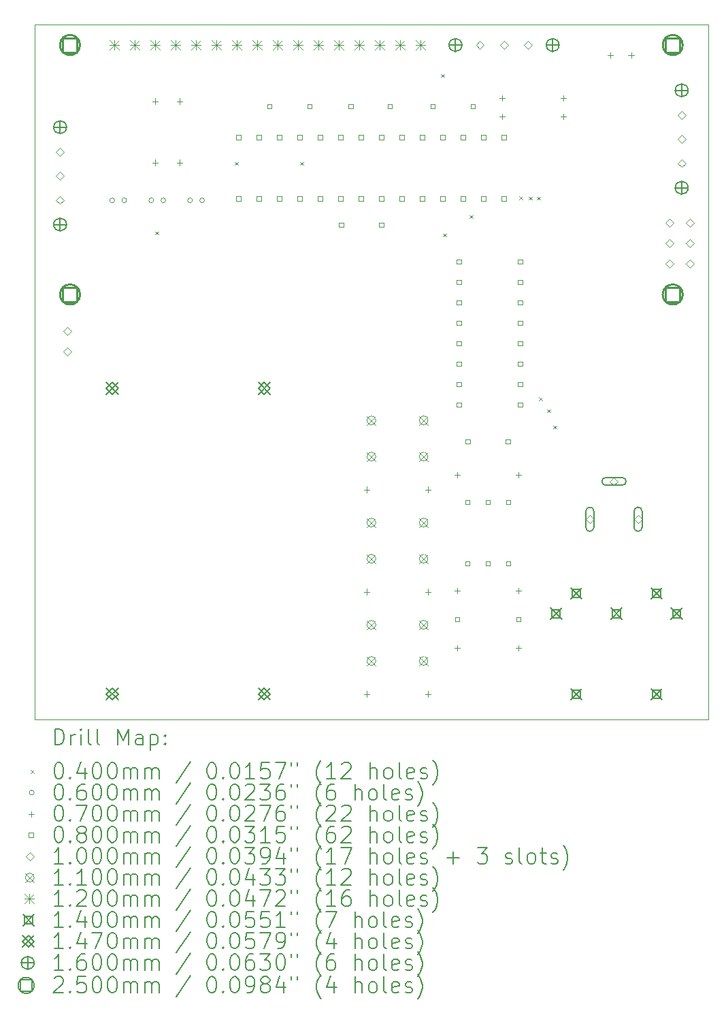
<source format=gbr>
%TF.GenerationSoftware,KiCad,Pcbnew,(6.0.7)*%
%TF.CreationDate,2022-08-13T20:07:05+02:00*%
%TF.ProjectId,SD_interrupter,53445f69-6e74-4657-9272-75707465722e,rev?*%
%TF.SameCoordinates,Original*%
%TF.FileFunction,Drillmap*%
%TF.FilePolarity,Positive*%
%FSLAX45Y45*%
G04 Gerber Fmt 4.5, Leading zero omitted, Abs format (unit mm)*
G04 Created by KiCad (PCBNEW (6.0.7)) date 2022-08-13 20:07:05*
%MOMM*%
%LPD*%
G01*
G04 APERTURE LIST*
%ADD10C,0.100000*%
%ADD11C,0.200000*%
%ADD12C,0.040000*%
%ADD13C,0.060000*%
%ADD14C,0.070000*%
%ADD15C,0.080000*%
%ADD16C,0.110000*%
%ADD17C,0.120000*%
%ADD18C,0.140000*%
%ADD19C,0.147000*%
%ADD20C,0.160000*%
%ADD21C,0.250000*%
G04 APERTURE END LIST*
D10*
X2158600Y-2540000D02*
X10540600Y-2540000D01*
X10540600Y-2540000D02*
X10540600Y-11176000D01*
X10540600Y-11176000D02*
X2158600Y-11176000D01*
X2158600Y-11176000D02*
X2158600Y-2540000D01*
D11*
D12*
X3663000Y-5110800D02*
X3703000Y-5150800D01*
X3703000Y-5110800D02*
X3663000Y-5150800D01*
X4653600Y-4247200D02*
X4693600Y-4287200D01*
X4693600Y-4247200D02*
X4653600Y-4287200D01*
X5466400Y-4247200D02*
X5506400Y-4287200D01*
X5506400Y-4247200D02*
X5466400Y-4287200D01*
X7219000Y-3155000D02*
X7259000Y-3195000D01*
X7259000Y-3155000D02*
X7219000Y-3195000D01*
X7240850Y-5136200D02*
X7280850Y-5176200D01*
X7280850Y-5136200D02*
X7240850Y-5176200D01*
X7574600Y-4907600D02*
X7614600Y-4947600D01*
X7614600Y-4907600D02*
X7574600Y-4947600D01*
X8189760Y-4672297D02*
X8229760Y-4712297D01*
X8229760Y-4672297D02*
X8189760Y-4712297D01*
X8311200Y-4679000D02*
X8351200Y-4719000D01*
X8351200Y-4679000D02*
X8311200Y-4719000D01*
X8412800Y-4679000D02*
X8452800Y-4719000D01*
X8452800Y-4679000D02*
X8412800Y-4719000D01*
X8438200Y-7171950D02*
X8478200Y-7211950D01*
X8478200Y-7171950D02*
X8438200Y-7211950D01*
X8539800Y-7320600D02*
X8579800Y-7360600D01*
X8579800Y-7320600D02*
X8539800Y-7360600D01*
X8616000Y-7523800D02*
X8656000Y-7563800D01*
X8656000Y-7523800D02*
X8616000Y-7563800D01*
D13*
X3154200Y-4724400D02*
G75*
G03*
X3154200Y-4724400I-30000J0D01*
G01*
X3304200Y-4724400D02*
G75*
G03*
X3304200Y-4724400I-30000J0D01*
G01*
X3640740Y-4724400D02*
G75*
G03*
X3640740Y-4724400I-30000J0D01*
G01*
X3790740Y-4724400D02*
G75*
G03*
X3790740Y-4724400I-30000J0D01*
G01*
X4123340Y-4724400D02*
G75*
G03*
X4123340Y-4724400I-30000J0D01*
G01*
X4273340Y-4724400D02*
G75*
G03*
X4273340Y-4724400I-30000J0D01*
G01*
D14*
X3657600Y-3457500D02*
X3657600Y-3527500D01*
X3622600Y-3492500D02*
X3692600Y-3492500D01*
X3657600Y-4219500D02*
X3657600Y-4289500D01*
X3622600Y-4254500D02*
X3692600Y-4254500D01*
X3962400Y-3457500D02*
X3962400Y-3527500D01*
X3927400Y-3492500D02*
X3997400Y-3492500D01*
X3962400Y-4219500D02*
X3962400Y-4289500D01*
X3927400Y-4254500D02*
X3997400Y-4254500D01*
X6294000Y-8283500D02*
X6294000Y-8353500D01*
X6259000Y-8318500D02*
X6329000Y-8318500D01*
X6294000Y-9553500D02*
X6294000Y-9623500D01*
X6259000Y-9588500D02*
X6329000Y-9588500D01*
X6294000Y-10823500D02*
X6294000Y-10893500D01*
X6259000Y-10858500D02*
X6329000Y-10858500D01*
X7056000Y-8283500D02*
X7056000Y-8353500D01*
X7021000Y-8318500D02*
X7091000Y-8318500D01*
X7056000Y-9553500D02*
X7056000Y-9623500D01*
X7021000Y-9588500D02*
X7091000Y-9588500D01*
X7056000Y-10823500D02*
X7056000Y-10893500D01*
X7021000Y-10858500D02*
X7091000Y-10858500D01*
X7416800Y-8101680D02*
X7416800Y-8171680D01*
X7381800Y-8136680D02*
X7451800Y-8136680D01*
X7416800Y-9541840D02*
X7416800Y-9611840D01*
X7381800Y-9576840D02*
X7451800Y-9576840D01*
X7416800Y-10252000D02*
X7416800Y-10322000D01*
X7381800Y-10287000D02*
X7451800Y-10287000D01*
X7975600Y-3419400D02*
X7975600Y-3489400D01*
X7940600Y-3454400D02*
X8010600Y-3454400D01*
X7975600Y-3648000D02*
X7975600Y-3718000D01*
X7940600Y-3683000D02*
X8010600Y-3683000D01*
X8178800Y-8101680D02*
X8178800Y-8171680D01*
X8143800Y-8136680D02*
X8213800Y-8136680D01*
X8178800Y-9541840D02*
X8178800Y-9611840D01*
X8143800Y-9576840D02*
X8213800Y-9576840D01*
X8178800Y-10252000D02*
X8178800Y-10322000D01*
X8143800Y-10287000D02*
X8213800Y-10287000D01*
X8737600Y-3419400D02*
X8737600Y-3489400D01*
X8702600Y-3454400D02*
X8772600Y-3454400D01*
X8737600Y-3648000D02*
X8737600Y-3718000D01*
X8702600Y-3683000D02*
X8772600Y-3683000D01*
X9321763Y-2886000D02*
X9321763Y-2956000D01*
X9286763Y-2921000D02*
X9356763Y-2921000D01*
X9581763Y-2886000D02*
X9581763Y-2956000D01*
X9546763Y-2921000D02*
X9616763Y-2921000D01*
D15*
X4726285Y-3966284D02*
X4726285Y-3909715D01*
X4669716Y-3909715D01*
X4669716Y-3966284D01*
X4726285Y-3966284D01*
X4726285Y-4728285D02*
X4726285Y-4671716D01*
X4669716Y-4671716D01*
X4669716Y-4728285D01*
X4726285Y-4728285D01*
X4980285Y-3966284D02*
X4980285Y-3909715D01*
X4923716Y-3909715D01*
X4923716Y-3966284D01*
X4980285Y-3966284D01*
X4980285Y-4728285D02*
X4980285Y-4671716D01*
X4923716Y-4671716D01*
X4923716Y-4728285D01*
X4980285Y-4728285D01*
X5108285Y-3584284D02*
X5108285Y-3527715D01*
X5051716Y-3527715D01*
X5051716Y-3584284D01*
X5108285Y-3584284D01*
X5234285Y-3966284D02*
X5234285Y-3909715D01*
X5177716Y-3909715D01*
X5177716Y-3966284D01*
X5234285Y-3966284D01*
X5234285Y-4728285D02*
X5234285Y-4671716D01*
X5177716Y-4671716D01*
X5177716Y-4728285D01*
X5234285Y-4728285D01*
X5488285Y-3966284D02*
X5488285Y-3909715D01*
X5431716Y-3909715D01*
X5431716Y-3966284D01*
X5488285Y-3966284D01*
X5488285Y-4728285D02*
X5488285Y-4671716D01*
X5431716Y-4671716D01*
X5431716Y-4728285D01*
X5488285Y-4728285D01*
X5608284Y-3584284D02*
X5608284Y-3527715D01*
X5551716Y-3527715D01*
X5551716Y-3584284D01*
X5608284Y-3584284D01*
X5742284Y-3966284D02*
X5742284Y-3909715D01*
X5685715Y-3909715D01*
X5685715Y-3966284D01*
X5742284Y-3966284D01*
X5742284Y-4728285D02*
X5742284Y-4671716D01*
X5685715Y-4671716D01*
X5685715Y-4728285D01*
X5742284Y-4728285D01*
X5996284Y-3966284D02*
X5996284Y-3909715D01*
X5939715Y-3909715D01*
X5939715Y-3966284D01*
X5996284Y-3966284D01*
X5996284Y-4728285D02*
X5996284Y-4671716D01*
X5939715Y-4671716D01*
X5939715Y-4728285D01*
X5996284Y-4728285D01*
X6001284Y-5057485D02*
X6001284Y-5000916D01*
X5944715Y-5000916D01*
X5944715Y-5057485D01*
X6001284Y-5057485D01*
X6120284Y-3584284D02*
X6120284Y-3527715D01*
X6063715Y-3527715D01*
X6063715Y-3584284D01*
X6120284Y-3584284D01*
X6250284Y-3966284D02*
X6250284Y-3909715D01*
X6193715Y-3909715D01*
X6193715Y-3966284D01*
X6250284Y-3966284D01*
X6250284Y-4728285D02*
X6250284Y-4671716D01*
X6193715Y-4671716D01*
X6193715Y-4728285D01*
X6250284Y-4728285D01*
X6501284Y-5057485D02*
X6501284Y-5000916D01*
X6444715Y-5000916D01*
X6444715Y-5057485D01*
X6501284Y-5057485D01*
X6504284Y-3966284D02*
X6504284Y-3909715D01*
X6447715Y-3909715D01*
X6447715Y-3966284D01*
X6504284Y-3966284D01*
X6504284Y-4728285D02*
X6504284Y-4671716D01*
X6447715Y-4671716D01*
X6447715Y-4728285D01*
X6504284Y-4728285D01*
X6608284Y-3584284D02*
X6608284Y-3527715D01*
X6551715Y-3527715D01*
X6551715Y-3584284D01*
X6608284Y-3584284D01*
X6758284Y-3966284D02*
X6758284Y-3909715D01*
X6701715Y-3909715D01*
X6701715Y-3966284D01*
X6758284Y-3966284D01*
X6758284Y-4728285D02*
X6758284Y-4671716D01*
X6701715Y-4671716D01*
X6701715Y-4728285D01*
X6758284Y-4728285D01*
X7012284Y-3966284D02*
X7012284Y-3909715D01*
X6955715Y-3909715D01*
X6955715Y-3966284D01*
X7012284Y-3966284D01*
X7012284Y-4728285D02*
X7012284Y-4671716D01*
X6955715Y-4671716D01*
X6955715Y-4728285D01*
X7012284Y-4728285D01*
X7140284Y-3584284D02*
X7140284Y-3527715D01*
X7083715Y-3527715D01*
X7083715Y-3584284D01*
X7140284Y-3584284D01*
X7266284Y-3966284D02*
X7266284Y-3909715D01*
X7209715Y-3909715D01*
X7209715Y-3966284D01*
X7266284Y-3966284D01*
X7266284Y-4728285D02*
X7266284Y-4671716D01*
X7209715Y-4671716D01*
X7209715Y-4728285D01*
X7266284Y-4728285D01*
X7445084Y-9960205D02*
X7445084Y-9903636D01*
X7388515Y-9903636D01*
X7388515Y-9960205D01*
X7445084Y-9960205D01*
X7469484Y-5514685D02*
X7469484Y-5458116D01*
X7412915Y-5458116D01*
X7412915Y-5514685D01*
X7469484Y-5514685D01*
X7469484Y-5768684D02*
X7469484Y-5712115D01*
X7412915Y-5712115D01*
X7412915Y-5768684D01*
X7469484Y-5768684D01*
X7469484Y-6022684D02*
X7469484Y-5966115D01*
X7412915Y-5966115D01*
X7412915Y-6022684D01*
X7469484Y-6022684D01*
X7469484Y-6276684D02*
X7469484Y-6220115D01*
X7412915Y-6220115D01*
X7412915Y-6276684D01*
X7469484Y-6276684D01*
X7469484Y-6530684D02*
X7469484Y-6474115D01*
X7412915Y-6474115D01*
X7412915Y-6530684D01*
X7469484Y-6530684D01*
X7469484Y-6784684D02*
X7469484Y-6728115D01*
X7412915Y-6728115D01*
X7412915Y-6784684D01*
X7469484Y-6784684D01*
X7469484Y-7038684D02*
X7469484Y-6982115D01*
X7412915Y-6982115D01*
X7412915Y-7038684D01*
X7469484Y-7038684D01*
X7469484Y-7292684D02*
X7469484Y-7236115D01*
X7412915Y-7236115D01*
X7412915Y-7292684D01*
X7469484Y-7292684D01*
X7520284Y-3966284D02*
X7520284Y-3909715D01*
X7463715Y-3909715D01*
X7463715Y-3966284D01*
X7520284Y-3966284D01*
X7520284Y-4728285D02*
X7520284Y-4671716D01*
X7463715Y-4671716D01*
X7463715Y-4728285D01*
X7520284Y-4728285D01*
X7573584Y-8503045D02*
X7573584Y-8446476D01*
X7517015Y-8446476D01*
X7517015Y-8503045D01*
X7573584Y-8503045D01*
X7573584Y-9265045D02*
X7573584Y-9208476D01*
X7517015Y-9208476D01*
X7517015Y-9265045D01*
X7573584Y-9265045D01*
X7576084Y-7749884D02*
X7576084Y-7693315D01*
X7519515Y-7693315D01*
X7519515Y-7749884D01*
X7576084Y-7749884D01*
X7640284Y-3584284D02*
X7640284Y-3527715D01*
X7583715Y-3527715D01*
X7583715Y-3584284D01*
X7640284Y-3584284D01*
X7774284Y-3966284D02*
X7774284Y-3909715D01*
X7717715Y-3909715D01*
X7717715Y-3966284D01*
X7774284Y-3966284D01*
X7774284Y-4728285D02*
X7774284Y-4671716D01*
X7717715Y-4671716D01*
X7717715Y-4728285D01*
X7774284Y-4728285D01*
X7827584Y-8503045D02*
X7827584Y-8446476D01*
X7771015Y-8446476D01*
X7771015Y-8503045D01*
X7827584Y-8503045D01*
X7827584Y-9265045D02*
X7827584Y-9208476D01*
X7771015Y-9208476D01*
X7771015Y-9265045D01*
X7827584Y-9265045D01*
X8028284Y-3966284D02*
X8028284Y-3909715D01*
X7971715Y-3909715D01*
X7971715Y-3966284D01*
X8028284Y-3966284D01*
X8028284Y-4728285D02*
X8028284Y-4671716D01*
X7971715Y-4671716D01*
X7971715Y-4728285D01*
X8028284Y-4728285D01*
X8076084Y-7749884D02*
X8076084Y-7693315D01*
X8019515Y-7693315D01*
X8019515Y-7749884D01*
X8076084Y-7749884D01*
X8081584Y-8503045D02*
X8081584Y-8446476D01*
X8025015Y-8446476D01*
X8025015Y-8503045D01*
X8081584Y-8503045D01*
X8081584Y-9265045D02*
X8081584Y-9208476D01*
X8025015Y-9208476D01*
X8025015Y-9265045D01*
X8081584Y-9265045D01*
X8207084Y-9960205D02*
X8207084Y-9903636D01*
X8150515Y-9903636D01*
X8150515Y-9960205D01*
X8207084Y-9960205D01*
X8231484Y-5514685D02*
X8231484Y-5458116D01*
X8174915Y-5458116D01*
X8174915Y-5514685D01*
X8231484Y-5514685D01*
X8231484Y-5768684D02*
X8231484Y-5712115D01*
X8174915Y-5712115D01*
X8174915Y-5768684D01*
X8231484Y-5768684D01*
X8231484Y-6022684D02*
X8231484Y-5966115D01*
X8174915Y-5966115D01*
X8174915Y-6022684D01*
X8231484Y-6022684D01*
X8231484Y-6276684D02*
X8231484Y-6220115D01*
X8174915Y-6220115D01*
X8174915Y-6276684D01*
X8231484Y-6276684D01*
X8231484Y-6530684D02*
X8231484Y-6474115D01*
X8174915Y-6474115D01*
X8174915Y-6530684D01*
X8231484Y-6530684D01*
X8231484Y-6784684D02*
X8231484Y-6728115D01*
X8174915Y-6728115D01*
X8174915Y-6784684D01*
X8231484Y-6784684D01*
X8231484Y-7038684D02*
X8231484Y-6982115D01*
X8174915Y-6982115D01*
X8174915Y-7038684D01*
X8231484Y-7038684D01*
X8231484Y-7292684D02*
X8231484Y-7236115D01*
X8174915Y-7236115D01*
X8174915Y-7292684D01*
X8231484Y-7292684D01*
D10*
X2476500Y-4169600D02*
X2526500Y-4119600D01*
X2476500Y-4069600D01*
X2426500Y-4119600D01*
X2476500Y-4169600D01*
X2476500Y-4469600D02*
X2526500Y-4419600D01*
X2476500Y-4369600D01*
X2426500Y-4419600D01*
X2476500Y-4469600D01*
X2476500Y-4769600D02*
X2526500Y-4719600D01*
X2476500Y-4669600D01*
X2426500Y-4719600D01*
X2476500Y-4769600D01*
X2565400Y-6400000D02*
X2615400Y-6350000D01*
X2565400Y-6300000D01*
X2515400Y-6350000D01*
X2565400Y-6400000D01*
X2565400Y-6654000D02*
X2615400Y-6604000D01*
X2565400Y-6554000D01*
X2515400Y-6604000D01*
X2565400Y-6654000D01*
X7701000Y-2844000D02*
X7751000Y-2794000D01*
X7701000Y-2744000D01*
X7651000Y-2794000D01*
X7701000Y-2844000D01*
X8001000Y-2844000D02*
X8051000Y-2794000D01*
X8001000Y-2744000D01*
X7951000Y-2794000D01*
X8001000Y-2844000D01*
X8301000Y-2844000D02*
X8351000Y-2794000D01*
X8301000Y-2744000D01*
X8251000Y-2794000D01*
X8301000Y-2844000D01*
X9067800Y-8736800D02*
X9117800Y-8686800D01*
X9067800Y-8636800D01*
X9017800Y-8686800D01*
X9067800Y-8736800D01*
D11*
X9117800Y-8786800D02*
X9117800Y-8586800D01*
X9017800Y-8786800D02*
X9017800Y-8586800D01*
X9117800Y-8586800D02*
G75*
G03*
X9017800Y-8586800I-50000J0D01*
G01*
X9017800Y-8786800D02*
G75*
G03*
X9117800Y-8786800I50000J0D01*
G01*
D10*
X9367800Y-8266800D02*
X9417800Y-8216800D01*
X9367800Y-8166800D01*
X9317800Y-8216800D01*
X9367800Y-8266800D01*
D11*
X9467800Y-8166800D02*
X9267800Y-8166800D01*
X9467800Y-8266800D02*
X9267800Y-8266800D01*
X9267800Y-8166800D02*
G75*
G03*
X9267800Y-8266800I0J-50000D01*
G01*
X9467800Y-8266800D02*
G75*
G03*
X9467800Y-8166800I0J50000D01*
G01*
D10*
X9667800Y-8736800D02*
X9717800Y-8686800D01*
X9667800Y-8636800D01*
X9617800Y-8686800D01*
X9667800Y-8736800D01*
D11*
X9717800Y-8786800D02*
X9717800Y-8586800D01*
X9617800Y-8786800D02*
X9617800Y-8586800D01*
X9717800Y-8586800D02*
G75*
G03*
X9617800Y-8586800I-50000J0D01*
G01*
X9617800Y-8786800D02*
G75*
G03*
X9717800Y-8786800I50000J0D01*
G01*
D10*
X10058400Y-5053800D02*
X10108400Y-5003800D01*
X10058400Y-4953800D01*
X10008400Y-5003800D01*
X10058400Y-5053800D01*
X10058400Y-5307800D02*
X10108400Y-5257800D01*
X10058400Y-5207800D01*
X10008400Y-5257800D01*
X10058400Y-5307800D01*
X10058400Y-5561800D02*
X10108400Y-5511800D01*
X10058400Y-5461800D01*
X10008400Y-5511800D01*
X10058400Y-5561800D01*
X10210800Y-3712400D02*
X10260800Y-3662400D01*
X10210800Y-3612400D01*
X10160800Y-3662400D01*
X10210800Y-3712400D01*
X10210800Y-4012400D02*
X10260800Y-3962400D01*
X10210800Y-3912400D01*
X10160800Y-3962400D01*
X10210800Y-4012400D01*
X10210800Y-4312400D02*
X10260800Y-4262400D01*
X10210800Y-4212400D01*
X10160800Y-4262400D01*
X10210800Y-4312400D01*
X10312400Y-5053800D02*
X10362400Y-5003800D01*
X10312400Y-4953800D01*
X10262400Y-5003800D01*
X10312400Y-5053800D01*
X10312400Y-5307800D02*
X10362400Y-5257800D01*
X10312400Y-5207800D01*
X10262400Y-5257800D01*
X10312400Y-5307800D01*
X10312400Y-5561800D02*
X10362400Y-5511800D01*
X10312400Y-5461800D01*
X10262400Y-5511800D01*
X10312400Y-5561800D01*
D16*
X6295000Y-7403500D02*
X6405000Y-7513500D01*
X6405000Y-7403500D02*
X6295000Y-7513500D01*
X6405000Y-7458500D02*
G75*
G03*
X6405000Y-7458500I-55000J0D01*
G01*
X6295000Y-7853500D02*
X6405000Y-7963500D01*
X6405000Y-7853500D02*
X6295000Y-7963500D01*
X6405000Y-7908500D02*
G75*
G03*
X6405000Y-7908500I-55000J0D01*
G01*
X6295000Y-8673500D02*
X6405000Y-8783500D01*
X6405000Y-8673500D02*
X6295000Y-8783500D01*
X6405000Y-8728500D02*
G75*
G03*
X6405000Y-8728500I-55000J0D01*
G01*
X6295000Y-9123500D02*
X6405000Y-9233500D01*
X6405000Y-9123500D02*
X6295000Y-9233500D01*
X6405000Y-9178500D02*
G75*
G03*
X6405000Y-9178500I-55000J0D01*
G01*
X6295000Y-9943500D02*
X6405000Y-10053500D01*
X6405000Y-9943500D02*
X6295000Y-10053500D01*
X6405000Y-9998500D02*
G75*
G03*
X6405000Y-9998500I-55000J0D01*
G01*
X6295000Y-10393500D02*
X6405000Y-10503500D01*
X6405000Y-10393500D02*
X6295000Y-10503500D01*
X6405000Y-10448500D02*
G75*
G03*
X6405000Y-10448500I-55000J0D01*
G01*
X6945000Y-7403500D02*
X7055000Y-7513500D01*
X7055000Y-7403500D02*
X6945000Y-7513500D01*
X7055000Y-7458500D02*
G75*
G03*
X7055000Y-7458500I-55000J0D01*
G01*
X6945000Y-7853500D02*
X7055000Y-7963500D01*
X7055000Y-7853500D02*
X6945000Y-7963500D01*
X7055000Y-7908500D02*
G75*
G03*
X7055000Y-7908500I-55000J0D01*
G01*
X6945000Y-8673500D02*
X7055000Y-8783500D01*
X7055000Y-8673500D02*
X6945000Y-8783500D01*
X7055000Y-8728500D02*
G75*
G03*
X7055000Y-8728500I-55000J0D01*
G01*
X6945000Y-9123500D02*
X7055000Y-9233500D01*
X7055000Y-9123500D02*
X6945000Y-9233500D01*
X7055000Y-9178500D02*
G75*
G03*
X7055000Y-9178500I-55000J0D01*
G01*
X6945000Y-9943500D02*
X7055000Y-10053500D01*
X7055000Y-9943500D02*
X6945000Y-10053500D01*
X7055000Y-9998500D02*
G75*
G03*
X7055000Y-9998500I-55000J0D01*
G01*
X6945000Y-10393500D02*
X7055000Y-10503500D01*
X7055000Y-10393500D02*
X6945000Y-10503500D01*
X7055000Y-10448500D02*
G75*
G03*
X7055000Y-10448500I-55000J0D01*
G01*
D17*
X3089600Y-2734000D02*
X3209600Y-2854000D01*
X3209600Y-2734000D02*
X3089600Y-2854000D01*
X3149600Y-2734000D02*
X3149600Y-2854000D01*
X3089600Y-2794000D02*
X3209600Y-2794000D01*
X3343600Y-2734000D02*
X3463600Y-2854000D01*
X3463600Y-2734000D02*
X3343600Y-2854000D01*
X3403600Y-2734000D02*
X3403600Y-2854000D01*
X3343600Y-2794000D02*
X3463600Y-2794000D01*
X3597600Y-2734000D02*
X3717600Y-2854000D01*
X3717600Y-2734000D02*
X3597600Y-2854000D01*
X3657600Y-2734000D02*
X3657600Y-2854000D01*
X3597600Y-2794000D02*
X3717600Y-2794000D01*
X3851600Y-2734000D02*
X3971600Y-2854000D01*
X3971600Y-2734000D02*
X3851600Y-2854000D01*
X3911600Y-2734000D02*
X3911600Y-2854000D01*
X3851600Y-2794000D02*
X3971600Y-2794000D01*
X4105600Y-2734000D02*
X4225600Y-2854000D01*
X4225600Y-2734000D02*
X4105600Y-2854000D01*
X4165600Y-2734000D02*
X4165600Y-2854000D01*
X4105600Y-2794000D02*
X4225600Y-2794000D01*
X4359600Y-2734000D02*
X4479600Y-2854000D01*
X4479600Y-2734000D02*
X4359600Y-2854000D01*
X4419600Y-2734000D02*
X4419600Y-2854000D01*
X4359600Y-2794000D02*
X4479600Y-2794000D01*
X4613600Y-2734000D02*
X4733600Y-2854000D01*
X4733600Y-2734000D02*
X4613600Y-2854000D01*
X4673600Y-2734000D02*
X4673600Y-2854000D01*
X4613600Y-2794000D02*
X4733600Y-2794000D01*
X4867600Y-2734000D02*
X4987600Y-2854000D01*
X4987600Y-2734000D02*
X4867600Y-2854000D01*
X4927600Y-2734000D02*
X4927600Y-2854000D01*
X4867600Y-2794000D02*
X4987600Y-2794000D01*
X5121600Y-2734000D02*
X5241600Y-2854000D01*
X5241600Y-2734000D02*
X5121600Y-2854000D01*
X5181600Y-2734000D02*
X5181600Y-2854000D01*
X5121600Y-2794000D02*
X5241600Y-2794000D01*
X5375600Y-2734000D02*
X5495600Y-2854000D01*
X5495600Y-2734000D02*
X5375600Y-2854000D01*
X5435600Y-2734000D02*
X5435600Y-2854000D01*
X5375600Y-2794000D02*
X5495600Y-2794000D01*
X5629600Y-2734000D02*
X5749600Y-2854000D01*
X5749600Y-2734000D02*
X5629600Y-2854000D01*
X5689600Y-2734000D02*
X5689600Y-2854000D01*
X5629600Y-2794000D02*
X5749600Y-2794000D01*
X5883600Y-2734000D02*
X6003600Y-2854000D01*
X6003600Y-2734000D02*
X5883600Y-2854000D01*
X5943600Y-2734000D02*
X5943600Y-2854000D01*
X5883600Y-2794000D02*
X6003600Y-2794000D01*
X6137600Y-2734000D02*
X6257600Y-2854000D01*
X6257600Y-2734000D02*
X6137600Y-2854000D01*
X6197600Y-2734000D02*
X6197600Y-2854000D01*
X6137600Y-2794000D02*
X6257600Y-2794000D01*
X6391600Y-2734000D02*
X6511600Y-2854000D01*
X6511600Y-2734000D02*
X6391600Y-2854000D01*
X6451600Y-2734000D02*
X6451600Y-2854000D01*
X6391600Y-2794000D02*
X6511600Y-2794000D01*
X6645600Y-2734000D02*
X6765600Y-2854000D01*
X6765600Y-2734000D02*
X6645600Y-2854000D01*
X6705600Y-2734000D02*
X6705600Y-2854000D01*
X6645600Y-2794000D02*
X6765600Y-2794000D01*
X6899600Y-2734000D02*
X7019600Y-2854000D01*
X7019600Y-2734000D02*
X6899600Y-2854000D01*
X6959600Y-2734000D02*
X6959600Y-2854000D01*
X6899600Y-2794000D02*
X7019600Y-2794000D01*
D18*
X8578000Y-9790000D02*
X8718000Y-9930000D01*
X8718000Y-9790000D02*
X8578000Y-9930000D01*
X8697498Y-9909498D02*
X8697498Y-9810502D01*
X8598502Y-9810502D01*
X8598502Y-9909498D01*
X8697498Y-9909498D01*
X8828000Y-9540000D02*
X8968000Y-9680000D01*
X8968000Y-9540000D02*
X8828000Y-9680000D01*
X8947498Y-9659498D02*
X8947498Y-9560502D01*
X8848502Y-9560502D01*
X8848502Y-9659498D01*
X8947498Y-9659498D01*
X8828000Y-10790000D02*
X8968000Y-10930000D01*
X8968000Y-10790000D02*
X8828000Y-10930000D01*
X8947498Y-10909498D02*
X8947498Y-10810502D01*
X8848502Y-10810502D01*
X8848502Y-10909498D01*
X8947498Y-10909498D01*
X9328000Y-9790000D02*
X9468000Y-9930000D01*
X9468000Y-9790000D02*
X9328000Y-9930000D01*
X9447498Y-9909498D02*
X9447498Y-9810502D01*
X9348502Y-9810502D01*
X9348502Y-9909498D01*
X9447498Y-9909498D01*
X9828000Y-9540000D02*
X9968000Y-9680000D01*
X9968000Y-9540000D02*
X9828000Y-9680000D01*
X9947498Y-9659498D02*
X9947498Y-9560502D01*
X9848502Y-9560502D01*
X9848502Y-9659498D01*
X9947498Y-9659498D01*
X9828000Y-10790000D02*
X9968000Y-10930000D01*
X9968000Y-10790000D02*
X9828000Y-10930000D01*
X9947498Y-10909498D02*
X9947498Y-10810502D01*
X9848502Y-10810502D01*
X9848502Y-10909498D01*
X9947498Y-10909498D01*
X10078000Y-9790000D02*
X10218000Y-9930000D01*
X10218000Y-9790000D02*
X10078000Y-9930000D01*
X10197498Y-9909498D02*
X10197498Y-9810502D01*
X10098502Y-9810502D01*
X10098502Y-9909498D01*
X10197498Y-9909498D01*
D19*
X3051200Y-6988000D02*
X3198200Y-7135000D01*
X3198200Y-6988000D02*
X3051200Y-7135000D01*
X3124700Y-7135000D02*
X3198200Y-7061500D01*
X3124700Y-6988000D01*
X3051200Y-7061500D01*
X3124700Y-7135000D01*
X3051200Y-10785000D02*
X3198200Y-10932000D01*
X3198200Y-10785000D02*
X3051200Y-10932000D01*
X3124700Y-10932000D02*
X3198200Y-10858500D01*
X3124700Y-10785000D01*
X3051200Y-10858500D01*
X3124700Y-10932000D01*
X4943000Y-6988000D02*
X5090000Y-7135000D01*
X5090000Y-6988000D02*
X4943000Y-7135000D01*
X5016500Y-7135000D02*
X5090000Y-7061500D01*
X5016500Y-6988000D01*
X4943000Y-7061500D01*
X5016500Y-7135000D01*
X4943000Y-10785000D02*
X5090000Y-10932000D01*
X5090000Y-10785000D02*
X4943000Y-10932000D01*
X5016500Y-10932000D02*
X5090000Y-10858500D01*
X5016500Y-10785000D01*
X4943000Y-10858500D01*
X5016500Y-10932000D01*
D20*
X2476500Y-3734600D02*
X2476500Y-3894600D01*
X2396500Y-3814600D02*
X2556500Y-3814600D01*
X2556500Y-3814600D02*
G75*
G03*
X2556500Y-3814600I-80000J0D01*
G01*
X2476500Y-4944600D02*
X2476500Y-5104600D01*
X2396500Y-5024600D02*
X2556500Y-5024600D01*
X2556500Y-5024600D02*
G75*
G03*
X2556500Y-5024600I-80000J0D01*
G01*
X7396000Y-2714000D02*
X7396000Y-2874000D01*
X7316000Y-2794000D02*
X7476000Y-2794000D01*
X7476000Y-2794000D02*
G75*
G03*
X7476000Y-2794000I-80000J0D01*
G01*
X8606000Y-2714000D02*
X8606000Y-2874000D01*
X8526000Y-2794000D02*
X8686000Y-2794000D01*
X8686000Y-2794000D02*
G75*
G03*
X8686000Y-2794000I-80000J0D01*
G01*
X10210800Y-3277400D02*
X10210800Y-3437400D01*
X10130800Y-3357400D02*
X10290800Y-3357400D01*
X10290800Y-3357400D02*
G75*
G03*
X10290800Y-3357400I-80000J0D01*
G01*
X10210800Y-4487400D02*
X10210800Y-4647400D01*
X10130800Y-4567400D02*
X10290800Y-4567400D01*
X10290800Y-4567400D02*
G75*
G03*
X10290800Y-4567400I-80000J0D01*
G01*
D21*
X2688079Y-2882389D02*
X2688079Y-2705611D01*
X2511301Y-2705611D01*
X2511301Y-2882389D01*
X2688079Y-2882389D01*
X2724690Y-2794000D02*
G75*
G03*
X2724690Y-2794000I-125000J0D01*
G01*
X2688079Y-5982459D02*
X2688079Y-5805681D01*
X2511301Y-5805681D01*
X2511301Y-5982459D01*
X2688079Y-5982459D01*
X2724690Y-5894070D02*
G75*
G03*
X2724690Y-5894070I-125000J0D01*
G01*
X10187937Y-5982459D02*
X10187937Y-5805681D01*
X10011159Y-5805681D01*
X10011159Y-5982459D01*
X10187937Y-5982459D01*
X10224548Y-5894070D02*
G75*
G03*
X10224548Y-5894070I-125000J0D01*
G01*
X10187989Y-2882389D02*
X10187989Y-2705611D01*
X10011211Y-2705611D01*
X10011211Y-2882389D01*
X10187989Y-2882389D01*
X10224600Y-2794000D02*
G75*
G03*
X10224600Y-2794000I-125000J0D01*
G01*
D11*
X2411219Y-11491476D02*
X2411219Y-11291476D01*
X2458838Y-11291476D01*
X2487410Y-11301000D01*
X2506457Y-11320048D01*
X2515981Y-11339095D01*
X2525505Y-11377190D01*
X2525505Y-11405762D01*
X2515981Y-11443857D01*
X2506457Y-11462905D01*
X2487410Y-11481952D01*
X2458838Y-11491476D01*
X2411219Y-11491476D01*
X2611219Y-11491476D02*
X2611219Y-11358143D01*
X2611219Y-11396238D02*
X2620743Y-11377190D01*
X2630267Y-11367667D01*
X2649314Y-11358143D01*
X2668362Y-11358143D01*
X2735029Y-11491476D02*
X2735029Y-11358143D01*
X2735029Y-11291476D02*
X2725505Y-11301000D01*
X2735029Y-11310524D01*
X2744552Y-11301000D01*
X2735029Y-11291476D01*
X2735029Y-11310524D01*
X2858838Y-11491476D02*
X2839790Y-11481952D01*
X2830267Y-11462905D01*
X2830267Y-11291476D01*
X2963600Y-11491476D02*
X2944552Y-11481952D01*
X2935028Y-11462905D01*
X2935028Y-11291476D01*
X3192171Y-11491476D02*
X3192171Y-11291476D01*
X3258838Y-11434333D01*
X3325505Y-11291476D01*
X3325505Y-11491476D01*
X3506457Y-11491476D02*
X3506457Y-11386714D01*
X3496933Y-11367667D01*
X3477886Y-11358143D01*
X3439790Y-11358143D01*
X3420743Y-11367667D01*
X3506457Y-11481952D02*
X3487409Y-11491476D01*
X3439790Y-11491476D01*
X3420743Y-11481952D01*
X3411219Y-11462905D01*
X3411219Y-11443857D01*
X3420743Y-11424809D01*
X3439790Y-11415286D01*
X3487409Y-11415286D01*
X3506457Y-11405762D01*
X3601695Y-11358143D02*
X3601695Y-11558143D01*
X3601695Y-11367667D02*
X3620743Y-11358143D01*
X3658838Y-11358143D01*
X3677886Y-11367667D01*
X3687409Y-11377190D01*
X3696933Y-11396238D01*
X3696933Y-11453381D01*
X3687409Y-11472428D01*
X3677886Y-11481952D01*
X3658838Y-11491476D01*
X3620743Y-11491476D01*
X3601695Y-11481952D01*
X3782648Y-11472428D02*
X3792171Y-11481952D01*
X3782648Y-11491476D01*
X3773124Y-11481952D01*
X3782648Y-11472428D01*
X3782648Y-11491476D01*
X3782648Y-11367667D02*
X3792171Y-11377190D01*
X3782648Y-11386714D01*
X3773124Y-11377190D01*
X3782648Y-11367667D01*
X3782648Y-11386714D01*
D12*
X2113600Y-11801000D02*
X2153600Y-11841000D01*
X2153600Y-11801000D02*
X2113600Y-11841000D01*
D11*
X2449314Y-11711476D02*
X2468362Y-11711476D01*
X2487410Y-11721000D01*
X2496933Y-11730524D01*
X2506457Y-11749571D01*
X2515981Y-11787667D01*
X2515981Y-11835286D01*
X2506457Y-11873381D01*
X2496933Y-11892428D01*
X2487410Y-11901952D01*
X2468362Y-11911476D01*
X2449314Y-11911476D01*
X2430267Y-11901952D01*
X2420743Y-11892428D01*
X2411219Y-11873381D01*
X2401695Y-11835286D01*
X2401695Y-11787667D01*
X2411219Y-11749571D01*
X2420743Y-11730524D01*
X2430267Y-11721000D01*
X2449314Y-11711476D01*
X2601695Y-11892428D02*
X2611219Y-11901952D01*
X2601695Y-11911476D01*
X2592171Y-11901952D01*
X2601695Y-11892428D01*
X2601695Y-11911476D01*
X2782648Y-11778143D02*
X2782648Y-11911476D01*
X2735029Y-11701952D02*
X2687410Y-11844809D01*
X2811219Y-11844809D01*
X2925505Y-11711476D02*
X2944552Y-11711476D01*
X2963600Y-11721000D01*
X2973124Y-11730524D01*
X2982648Y-11749571D01*
X2992171Y-11787667D01*
X2992171Y-11835286D01*
X2982648Y-11873381D01*
X2973124Y-11892428D01*
X2963600Y-11901952D01*
X2944552Y-11911476D01*
X2925505Y-11911476D01*
X2906457Y-11901952D01*
X2896933Y-11892428D01*
X2887409Y-11873381D01*
X2877886Y-11835286D01*
X2877886Y-11787667D01*
X2887409Y-11749571D01*
X2896933Y-11730524D01*
X2906457Y-11721000D01*
X2925505Y-11711476D01*
X3115981Y-11711476D02*
X3135028Y-11711476D01*
X3154076Y-11721000D01*
X3163600Y-11730524D01*
X3173124Y-11749571D01*
X3182648Y-11787667D01*
X3182648Y-11835286D01*
X3173124Y-11873381D01*
X3163600Y-11892428D01*
X3154076Y-11901952D01*
X3135028Y-11911476D01*
X3115981Y-11911476D01*
X3096933Y-11901952D01*
X3087409Y-11892428D01*
X3077886Y-11873381D01*
X3068362Y-11835286D01*
X3068362Y-11787667D01*
X3077886Y-11749571D01*
X3087409Y-11730524D01*
X3096933Y-11721000D01*
X3115981Y-11711476D01*
X3268362Y-11911476D02*
X3268362Y-11778143D01*
X3268362Y-11797190D02*
X3277886Y-11787667D01*
X3296933Y-11778143D01*
X3325505Y-11778143D01*
X3344552Y-11787667D01*
X3354076Y-11806714D01*
X3354076Y-11911476D01*
X3354076Y-11806714D02*
X3363600Y-11787667D01*
X3382648Y-11778143D01*
X3411219Y-11778143D01*
X3430267Y-11787667D01*
X3439790Y-11806714D01*
X3439790Y-11911476D01*
X3535028Y-11911476D02*
X3535028Y-11778143D01*
X3535028Y-11797190D02*
X3544552Y-11787667D01*
X3563600Y-11778143D01*
X3592171Y-11778143D01*
X3611219Y-11787667D01*
X3620743Y-11806714D01*
X3620743Y-11911476D01*
X3620743Y-11806714D02*
X3630267Y-11787667D01*
X3649314Y-11778143D01*
X3677886Y-11778143D01*
X3696933Y-11787667D01*
X3706457Y-11806714D01*
X3706457Y-11911476D01*
X4096933Y-11701952D02*
X3925505Y-11959095D01*
X4354076Y-11711476D02*
X4373124Y-11711476D01*
X4392171Y-11721000D01*
X4401695Y-11730524D01*
X4411219Y-11749571D01*
X4420743Y-11787667D01*
X4420743Y-11835286D01*
X4411219Y-11873381D01*
X4401695Y-11892428D01*
X4392171Y-11901952D01*
X4373124Y-11911476D01*
X4354076Y-11911476D01*
X4335029Y-11901952D01*
X4325505Y-11892428D01*
X4315981Y-11873381D01*
X4306457Y-11835286D01*
X4306457Y-11787667D01*
X4315981Y-11749571D01*
X4325505Y-11730524D01*
X4335029Y-11721000D01*
X4354076Y-11711476D01*
X4506457Y-11892428D02*
X4515981Y-11901952D01*
X4506457Y-11911476D01*
X4496933Y-11901952D01*
X4506457Y-11892428D01*
X4506457Y-11911476D01*
X4639790Y-11711476D02*
X4658838Y-11711476D01*
X4677886Y-11721000D01*
X4687410Y-11730524D01*
X4696933Y-11749571D01*
X4706457Y-11787667D01*
X4706457Y-11835286D01*
X4696933Y-11873381D01*
X4687410Y-11892428D01*
X4677886Y-11901952D01*
X4658838Y-11911476D01*
X4639790Y-11911476D01*
X4620743Y-11901952D01*
X4611219Y-11892428D01*
X4601695Y-11873381D01*
X4592171Y-11835286D01*
X4592171Y-11787667D01*
X4601695Y-11749571D01*
X4611219Y-11730524D01*
X4620743Y-11721000D01*
X4639790Y-11711476D01*
X4896933Y-11911476D02*
X4782648Y-11911476D01*
X4839790Y-11911476D02*
X4839790Y-11711476D01*
X4820743Y-11740048D01*
X4801695Y-11759095D01*
X4782648Y-11768619D01*
X5077886Y-11711476D02*
X4982648Y-11711476D01*
X4973124Y-11806714D01*
X4982648Y-11797190D01*
X5001695Y-11787667D01*
X5049314Y-11787667D01*
X5068362Y-11797190D01*
X5077886Y-11806714D01*
X5087410Y-11825762D01*
X5087410Y-11873381D01*
X5077886Y-11892428D01*
X5068362Y-11901952D01*
X5049314Y-11911476D01*
X5001695Y-11911476D01*
X4982648Y-11901952D01*
X4973124Y-11892428D01*
X5154076Y-11711476D02*
X5287410Y-11711476D01*
X5201695Y-11911476D01*
X5354076Y-11711476D02*
X5354076Y-11749571D01*
X5430267Y-11711476D02*
X5430267Y-11749571D01*
X5725505Y-11987667D02*
X5715981Y-11978143D01*
X5696933Y-11949571D01*
X5687409Y-11930524D01*
X5677886Y-11901952D01*
X5668362Y-11854333D01*
X5668362Y-11816238D01*
X5677886Y-11768619D01*
X5687409Y-11740048D01*
X5696933Y-11721000D01*
X5715981Y-11692428D01*
X5725505Y-11682905D01*
X5906457Y-11911476D02*
X5792171Y-11911476D01*
X5849314Y-11911476D02*
X5849314Y-11711476D01*
X5830267Y-11740048D01*
X5811219Y-11759095D01*
X5792171Y-11768619D01*
X5982648Y-11730524D02*
X5992171Y-11721000D01*
X6011219Y-11711476D01*
X6058838Y-11711476D01*
X6077886Y-11721000D01*
X6087409Y-11730524D01*
X6096933Y-11749571D01*
X6096933Y-11768619D01*
X6087409Y-11797190D01*
X5973124Y-11911476D01*
X6096933Y-11911476D01*
X6335028Y-11911476D02*
X6335028Y-11711476D01*
X6420743Y-11911476D02*
X6420743Y-11806714D01*
X6411219Y-11787667D01*
X6392171Y-11778143D01*
X6363600Y-11778143D01*
X6344552Y-11787667D01*
X6335028Y-11797190D01*
X6544552Y-11911476D02*
X6525505Y-11901952D01*
X6515981Y-11892428D01*
X6506457Y-11873381D01*
X6506457Y-11816238D01*
X6515981Y-11797190D01*
X6525505Y-11787667D01*
X6544552Y-11778143D01*
X6573124Y-11778143D01*
X6592171Y-11787667D01*
X6601695Y-11797190D01*
X6611219Y-11816238D01*
X6611219Y-11873381D01*
X6601695Y-11892428D01*
X6592171Y-11901952D01*
X6573124Y-11911476D01*
X6544552Y-11911476D01*
X6725505Y-11911476D02*
X6706457Y-11901952D01*
X6696933Y-11882905D01*
X6696933Y-11711476D01*
X6877886Y-11901952D02*
X6858838Y-11911476D01*
X6820743Y-11911476D01*
X6801695Y-11901952D01*
X6792171Y-11882905D01*
X6792171Y-11806714D01*
X6801695Y-11787667D01*
X6820743Y-11778143D01*
X6858838Y-11778143D01*
X6877886Y-11787667D01*
X6887409Y-11806714D01*
X6887409Y-11825762D01*
X6792171Y-11844809D01*
X6963600Y-11901952D02*
X6982648Y-11911476D01*
X7020743Y-11911476D01*
X7039790Y-11901952D01*
X7049314Y-11882905D01*
X7049314Y-11873381D01*
X7039790Y-11854333D01*
X7020743Y-11844809D01*
X6992171Y-11844809D01*
X6973124Y-11835286D01*
X6963600Y-11816238D01*
X6963600Y-11806714D01*
X6973124Y-11787667D01*
X6992171Y-11778143D01*
X7020743Y-11778143D01*
X7039790Y-11787667D01*
X7115981Y-11987667D02*
X7125505Y-11978143D01*
X7144552Y-11949571D01*
X7154076Y-11930524D01*
X7163600Y-11901952D01*
X7173124Y-11854333D01*
X7173124Y-11816238D01*
X7163600Y-11768619D01*
X7154076Y-11740048D01*
X7144552Y-11721000D01*
X7125505Y-11692428D01*
X7115981Y-11682905D01*
D13*
X2153600Y-12085000D02*
G75*
G03*
X2153600Y-12085000I-30000J0D01*
G01*
D11*
X2449314Y-11975476D02*
X2468362Y-11975476D01*
X2487410Y-11985000D01*
X2496933Y-11994524D01*
X2506457Y-12013571D01*
X2515981Y-12051667D01*
X2515981Y-12099286D01*
X2506457Y-12137381D01*
X2496933Y-12156428D01*
X2487410Y-12165952D01*
X2468362Y-12175476D01*
X2449314Y-12175476D01*
X2430267Y-12165952D01*
X2420743Y-12156428D01*
X2411219Y-12137381D01*
X2401695Y-12099286D01*
X2401695Y-12051667D01*
X2411219Y-12013571D01*
X2420743Y-11994524D01*
X2430267Y-11985000D01*
X2449314Y-11975476D01*
X2601695Y-12156428D02*
X2611219Y-12165952D01*
X2601695Y-12175476D01*
X2592171Y-12165952D01*
X2601695Y-12156428D01*
X2601695Y-12175476D01*
X2782648Y-11975476D02*
X2744552Y-11975476D01*
X2725505Y-11985000D01*
X2715981Y-11994524D01*
X2696933Y-12023095D01*
X2687410Y-12061190D01*
X2687410Y-12137381D01*
X2696933Y-12156428D01*
X2706457Y-12165952D01*
X2725505Y-12175476D01*
X2763600Y-12175476D01*
X2782648Y-12165952D01*
X2792171Y-12156428D01*
X2801695Y-12137381D01*
X2801695Y-12089762D01*
X2792171Y-12070714D01*
X2782648Y-12061190D01*
X2763600Y-12051667D01*
X2725505Y-12051667D01*
X2706457Y-12061190D01*
X2696933Y-12070714D01*
X2687410Y-12089762D01*
X2925505Y-11975476D02*
X2944552Y-11975476D01*
X2963600Y-11985000D01*
X2973124Y-11994524D01*
X2982648Y-12013571D01*
X2992171Y-12051667D01*
X2992171Y-12099286D01*
X2982648Y-12137381D01*
X2973124Y-12156428D01*
X2963600Y-12165952D01*
X2944552Y-12175476D01*
X2925505Y-12175476D01*
X2906457Y-12165952D01*
X2896933Y-12156428D01*
X2887409Y-12137381D01*
X2877886Y-12099286D01*
X2877886Y-12051667D01*
X2887409Y-12013571D01*
X2896933Y-11994524D01*
X2906457Y-11985000D01*
X2925505Y-11975476D01*
X3115981Y-11975476D02*
X3135028Y-11975476D01*
X3154076Y-11985000D01*
X3163600Y-11994524D01*
X3173124Y-12013571D01*
X3182648Y-12051667D01*
X3182648Y-12099286D01*
X3173124Y-12137381D01*
X3163600Y-12156428D01*
X3154076Y-12165952D01*
X3135028Y-12175476D01*
X3115981Y-12175476D01*
X3096933Y-12165952D01*
X3087409Y-12156428D01*
X3077886Y-12137381D01*
X3068362Y-12099286D01*
X3068362Y-12051667D01*
X3077886Y-12013571D01*
X3087409Y-11994524D01*
X3096933Y-11985000D01*
X3115981Y-11975476D01*
X3268362Y-12175476D02*
X3268362Y-12042143D01*
X3268362Y-12061190D02*
X3277886Y-12051667D01*
X3296933Y-12042143D01*
X3325505Y-12042143D01*
X3344552Y-12051667D01*
X3354076Y-12070714D01*
X3354076Y-12175476D01*
X3354076Y-12070714D02*
X3363600Y-12051667D01*
X3382648Y-12042143D01*
X3411219Y-12042143D01*
X3430267Y-12051667D01*
X3439790Y-12070714D01*
X3439790Y-12175476D01*
X3535028Y-12175476D02*
X3535028Y-12042143D01*
X3535028Y-12061190D02*
X3544552Y-12051667D01*
X3563600Y-12042143D01*
X3592171Y-12042143D01*
X3611219Y-12051667D01*
X3620743Y-12070714D01*
X3620743Y-12175476D01*
X3620743Y-12070714D02*
X3630267Y-12051667D01*
X3649314Y-12042143D01*
X3677886Y-12042143D01*
X3696933Y-12051667D01*
X3706457Y-12070714D01*
X3706457Y-12175476D01*
X4096933Y-11965952D02*
X3925505Y-12223095D01*
X4354076Y-11975476D02*
X4373124Y-11975476D01*
X4392171Y-11985000D01*
X4401695Y-11994524D01*
X4411219Y-12013571D01*
X4420743Y-12051667D01*
X4420743Y-12099286D01*
X4411219Y-12137381D01*
X4401695Y-12156428D01*
X4392171Y-12165952D01*
X4373124Y-12175476D01*
X4354076Y-12175476D01*
X4335029Y-12165952D01*
X4325505Y-12156428D01*
X4315981Y-12137381D01*
X4306457Y-12099286D01*
X4306457Y-12051667D01*
X4315981Y-12013571D01*
X4325505Y-11994524D01*
X4335029Y-11985000D01*
X4354076Y-11975476D01*
X4506457Y-12156428D02*
X4515981Y-12165952D01*
X4506457Y-12175476D01*
X4496933Y-12165952D01*
X4506457Y-12156428D01*
X4506457Y-12175476D01*
X4639790Y-11975476D02*
X4658838Y-11975476D01*
X4677886Y-11985000D01*
X4687410Y-11994524D01*
X4696933Y-12013571D01*
X4706457Y-12051667D01*
X4706457Y-12099286D01*
X4696933Y-12137381D01*
X4687410Y-12156428D01*
X4677886Y-12165952D01*
X4658838Y-12175476D01*
X4639790Y-12175476D01*
X4620743Y-12165952D01*
X4611219Y-12156428D01*
X4601695Y-12137381D01*
X4592171Y-12099286D01*
X4592171Y-12051667D01*
X4601695Y-12013571D01*
X4611219Y-11994524D01*
X4620743Y-11985000D01*
X4639790Y-11975476D01*
X4782648Y-11994524D02*
X4792171Y-11985000D01*
X4811219Y-11975476D01*
X4858838Y-11975476D01*
X4877886Y-11985000D01*
X4887410Y-11994524D01*
X4896933Y-12013571D01*
X4896933Y-12032619D01*
X4887410Y-12061190D01*
X4773124Y-12175476D01*
X4896933Y-12175476D01*
X4963600Y-11975476D02*
X5087410Y-11975476D01*
X5020743Y-12051667D01*
X5049314Y-12051667D01*
X5068362Y-12061190D01*
X5077886Y-12070714D01*
X5087410Y-12089762D01*
X5087410Y-12137381D01*
X5077886Y-12156428D01*
X5068362Y-12165952D01*
X5049314Y-12175476D01*
X4992171Y-12175476D01*
X4973124Y-12165952D01*
X4963600Y-12156428D01*
X5258838Y-11975476D02*
X5220743Y-11975476D01*
X5201695Y-11985000D01*
X5192171Y-11994524D01*
X5173124Y-12023095D01*
X5163600Y-12061190D01*
X5163600Y-12137381D01*
X5173124Y-12156428D01*
X5182648Y-12165952D01*
X5201695Y-12175476D01*
X5239790Y-12175476D01*
X5258838Y-12165952D01*
X5268362Y-12156428D01*
X5277886Y-12137381D01*
X5277886Y-12089762D01*
X5268362Y-12070714D01*
X5258838Y-12061190D01*
X5239790Y-12051667D01*
X5201695Y-12051667D01*
X5182648Y-12061190D01*
X5173124Y-12070714D01*
X5163600Y-12089762D01*
X5354076Y-11975476D02*
X5354076Y-12013571D01*
X5430267Y-11975476D02*
X5430267Y-12013571D01*
X5725505Y-12251667D02*
X5715981Y-12242143D01*
X5696933Y-12213571D01*
X5687409Y-12194524D01*
X5677886Y-12165952D01*
X5668362Y-12118333D01*
X5668362Y-12080238D01*
X5677886Y-12032619D01*
X5687409Y-12004048D01*
X5696933Y-11985000D01*
X5715981Y-11956428D01*
X5725505Y-11946905D01*
X5887409Y-11975476D02*
X5849314Y-11975476D01*
X5830267Y-11985000D01*
X5820743Y-11994524D01*
X5801695Y-12023095D01*
X5792171Y-12061190D01*
X5792171Y-12137381D01*
X5801695Y-12156428D01*
X5811219Y-12165952D01*
X5830267Y-12175476D01*
X5868362Y-12175476D01*
X5887409Y-12165952D01*
X5896933Y-12156428D01*
X5906457Y-12137381D01*
X5906457Y-12089762D01*
X5896933Y-12070714D01*
X5887409Y-12061190D01*
X5868362Y-12051667D01*
X5830267Y-12051667D01*
X5811219Y-12061190D01*
X5801695Y-12070714D01*
X5792171Y-12089762D01*
X6144552Y-12175476D02*
X6144552Y-11975476D01*
X6230267Y-12175476D02*
X6230267Y-12070714D01*
X6220743Y-12051667D01*
X6201695Y-12042143D01*
X6173124Y-12042143D01*
X6154076Y-12051667D01*
X6144552Y-12061190D01*
X6354076Y-12175476D02*
X6335028Y-12165952D01*
X6325505Y-12156428D01*
X6315981Y-12137381D01*
X6315981Y-12080238D01*
X6325505Y-12061190D01*
X6335028Y-12051667D01*
X6354076Y-12042143D01*
X6382648Y-12042143D01*
X6401695Y-12051667D01*
X6411219Y-12061190D01*
X6420743Y-12080238D01*
X6420743Y-12137381D01*
X6411219Y-12156428D01*
X6401695Y-12165952D01*
X6382648Y-12175476D01*
X6354076Y-12175476D01*
X6535028Y-12175476D02*
X6515981Y-12165952D01*
X6506457Y-12146905D01*
X6506457Y-11975476D01*
X6687409Y-12165952D02*
X6668362Y-12175476D01*
X6630267Y-12175476D01*
X6611219Y-12165952D01*
X6601695Y-12146905D01*
X6601695Y-12070714D01*
X6611219Y-12051667D01*
X6630267Y-12042143D01*
X6668362Y-12042143D01*
X6687409Y-12051667D01*
X6696933Y-12070714D01*
X6696933Y-12089762D01*
X6601695Y-12108809D01*
X6773124Y-12165952D02*
X6792171Y-12175476D01*
X6830267Y-12175476D01*
X6849314Y-12165952D01*
X6858838Y-12146905D01*
X6858838Y-12137381D01*
X6849314Y-12118333D01*
X6830267Y-12108809D01*
X6801695Y-12108809D01*
X6782648Y-12099286D01*
X6773124Y-12080238D01*
X6773124Y-12070714D01*
X6782648Y-12051667D01*
X6801695Y-12042143D01*
X6830267Y-12042143D01*
X6849314Y-12051667D01*
X6925505Y-12251667D02*
X6935028Y-12242143D01*
X6954076Y-12213571D01*
X6963600Y-12194524D01*
X6973124Y-12165952D01*
X6982648Y-12118333D01*
X6982648Y-12080238D01*
X6973124Y-12032619D01*
X6963600Y-12004048D01*
X6954076Y-11985000D01*
X6935028Y-11956428D01*
X6925505Y-11946905D01*
D14*
X2118600Y-12314000D02*
X2118600Y-12384000D01*
X2083600Y-12349000D02*
X2153600Y-12349000D01*
D11*
X2449314Y-12239476D02*
X2468362Y-12239476D01*
X2487410Y-12249000D01*
X2496933Y-12258524D01*
X2506457Y-12277571D01*
X2515981Y-12315667D01*
X2515981Y-12363286D01*
X2506457Y-12401381D01*
X2496933Y-12420428D01*
X2487410Y-12429952D01*
X2468362Y-12439476D01*
X2449314Y-12439476D01*
X2430267Y-12429952D01*
X2420743Y-12420428D01*
X2411219Y-12401381D01*
X2401695Y-12363286D01*
X2401695Y-12315667D01*
X2411219Y-12277571D01*
X2420743Y-12258524D01*
X2430267Y-12249000D01*
X2449314Y-12239476D01*
X2601695Y-12420428D02*
X2611219Y-12429952D01*
X2601695Y-12439476D01*
X2592171Y-12429952D01*
X2601695Y-12420428D01*
X2601695Y-12439476D01*
X2677886Y-12239476D02*
X2811219Y-12239476D01*
X2725505Y-12439476D01*
X2925505Y-12239476D02*
X2944552Y-12239476D01*
X2963600Y-12249000D01*
X2973124Y-12258524D01*
X2982648Y-12277571D01*
X2992171Y-12315667D01*
X2992171Y-12363286D01*
X2982648Y-12401381D01*
X2973124Y-12420428D01*
X2963600Y-12429952D01*
X2944552Y-12439476D01*
X2925505Y-12439476D01*
X2906457Y-12429952D01*
X2896933Y-12420428D01*
X2887409Y-12401381D01*
X2877886Y-12363286D01*
X2877886Y-12315667D01*
X2887409Y-12277571D01*
X2896933Y-12258524D01*
X2906457Y-12249000D01*
X2925505Y-12239476D01*
X3115981Y-12239476D02*
X3135028Y-12239476D01*
X3154076Y-12249000D01*
X3163600Y-12258524D01*
X3173124Y-12277571D01*
X3182648Y-12315667D01*
X3182648Y-12363286D01*
X3173124Y-12401381D01*
X3163600Y-12420428D01*
X3154076Y-12429952D01*
X3135028Y-12439476D01*
X3115981Y-12439476D01*
X3096933Y-12429952D01*
X3087409Y-12420428D01*
X3077886Y-12401381D01*
X3068362Y-12363286D01*
X3068362Y-12315667D01*
X3077886Y-12277571D01*
X3087409Y-12258524D01*
X3096933Y-12249000D01*
X3115981Y-12239476D01*
X3268362Y-12439476D02*
X3268362Y-12306143D01*
X3268362Y-12325190D02*
X3277886Y-12315667D01*
X3296933Y-12306143D01*
X3325505Y-12306143D01*
X3344552Y-12315667D01*
X3354076Y-12334714D01*
X3354076Y-12439476D01*
X3354076Y-12334714D02*
X3363600Y-12315667D01*
X3382648Y-12306143D01*
X3411219Y-12306143D01*
X3430267Y-12315667D01*
X3439790Y-12334714D01*
X3439790Y-12439476D01*
X3535028Y-12439476D02*
X3535028Y-12306143D01*
X3535028Y-12325190D02*
X3544552Y-12315667D01*
X3563600Y-12306143D01*
X3592171Y-12306143D01*
X3611219Y-12315667D01*
X3620743Y-12334714D01*
X3620743Y-12439476D01*
X3620743Y-12334714D02*
X3630267Y-12315667D01*
X3649314Y-12306143D01*
X3677886Y-12306143D01*
X3696933Y-12315667D01*
X3706457Y-12334714D01*
X3706457Y-12439476D01*
X4096933Y-12229952D02*
X3925505Y-12487095D01*
X4354076Y-12239476D02*
X4373124Y-12239476D01*
X4392171Y-12249000D01*
X4401695Y-12258524D01*
X4411219Y-12277571D01*
X4420743Y-12315667D01*
X4420743Y-12363286D01*
X4411219Y-12401381D01*
X4401695Y-12420428D01*
X4392171Y-12429952D01*
X4373124Y-12439476D01*
X4354076Y-12439476D01*
X4335029Y-12429952D01*
X4325505Y-12420428D01*
X4315981Y-12401381D01*
X4306457Y-12363286D01*
X4306457Y-12315667D01*
X4315981Y-12277571D01*
X4325505Y-12258524D01*
X4335029Y-12249000D01*
X4354076Y-12239476D01*
X4506457Y-12420428D02*
X4515981Y-12429952D01*
X4506457Y-12439476D01*
X4496933Y-12429952D01*
X4506457Y-12420428D01*
X4506457Y-12439476D01*
X4639790Y-12239476D02*
X4658838Y-12239476D01*
X4677886Y-12249000D01*
X4687410Y-12258524D01*
X4696933Y-12277571D01*
X4706457Y-12315667D01*
X4706457Y-12363286D01*
X4696933Y-12401381D01*
X4687410Y-12420428D01*
X4677886Y-12429952D01*
X4658838Y-12439476D01*
X4639790Y-12439476D01*
X4620743Y-12429952D01*
X4611219Y-12420428D01*
X4601695Y-12401381D01*
X4592171Y-12363286D01*
X4592171Y-12315667D01*
X4601695Y-12277571D01*
X4611219Y-12258524D01*
X4620743Y-12249000D01*
X4639790Y-12239476D01*
X4782648Y-12258524D02*
X4792171Y-12249000D01*
X4811219Y-12239476D01*
X4858838Y-12239476D01*
X4877886Y-12249000D01*
X4887410Y-12258524D01*
X4896933Y-12277571D01*
X4896933Y-12296619D01*
X4887410Y-12325190D01*
X4773124Y-12439476D01*
X4896933Y-12439476D01*
X4963600Y-12239476D02*
X5096933Y-12239476D01*
X5011219Y-12439476D01*
X5258838Y-12239476D02*
X5220743Y-12239476D01*
X5201695Y-12249000D01*
X5192171Y-12258524D01*
X5173124Y-12287095D01*
X5163600Y-12325190D01*
X5163600Y-12401381D01*
X5173124Y-12420428D01*
X5182648Y-12429952D01*
X5201695Y-12439476D01*
X5239790Y-12439476D01*
X5258838Y-12429952D01*
X5268362Y-12420428D01*
X5277886Y-12401381D01*
X5277886Y-12353762D01*
X5268362Y-12334714D01*
X5258838Y-12325190D01*
X5239790Y-12315667D01*
X5201695Y-12315667D01*
X5182648Y-12325190D01*
X5173124Y-12334714D01*
X5163600Y-12353762D01*
X5354076Y-12239476D02*
X5354076Y-12277571D01*
X5430267Y-12239476D02*
X5430267Y-12277571D01*
X5725505Y-12515667D02*
X5715981Y-12506143D01*
X5696933Y-12477571D01*
X5687409Y-12458524D01*
X5677886Y-12429952D01*
X5668362Y-12382333D01*
X5668362Y-12344238D01*
X5677886Y-12296619D01*
X5687409Y-12268048D01*
X5696933Y-12249000D01*
X5715981Y-12220428D01*
X5725505Y-12210905D01*
X5792171Y-12258524D02*
X5801695Y-12249000D01*
X5820743Y-12239476D01*
X5868362Y-12239476D01*
X5887409Y-12249000D01*
X5896933Y-12258524D01*
X5906457Y-12277571D01*
X5906457Y-12296619D01*
X5896933Y-12325190D01*
X5782648Y-12439476D01*
X5906457Y-12439476D01*
X5982648Y-12258524D02*
X5992171Y-12249000D01*
X6011219Y-12239476D01*
X6058838Y-12239476D01*
X6077886Y-12249000D01*
X6087409Y-12258524D01*
X6096933Y-12277571D01*
X6096933Y-12296619D01*
X6087409Y-12325190D01*
X5973124Y-12439476D01*
X6096933Y-12439476D01*
X6335028Y-12439476D02*
X6335028Y-12239476D01*
X6420743Y-12439476D02*
X6420743Y-12334714D01*
X6411219Y-12315667D01*
X6392171Y-12306143D01*
X6363600Y-12306143D01*
X6344552Y-12315667D01*
X6335028Y-12325190D01*
X6544552Y-12439476D02*
X6525505Y-12429952D01*
X6515981Y-12420428D01*
X6506457Y-12401381D01*
X6506457Y-12344238D01*
X6515981Y-12325190D01*
X6525505Y-12315667D01*
X6544552Y-12306143D01*
X6573124Y-12306143D01*
X6592171Y-12315667D01*
X6601695Y-12325190D01*
X6611219Y-12344238D01*
X6611219Y-12401381D01*
X6601695Y-12420428D01*
X6592171Y-12429952D01*
X6573124Y-12439476D01*
X6544552Y-12439476D01*
X6725505Y-12439476D02*
X6706457Y-12429952D01*
X6696933Y-12410905D01*
X6696933Y-12239476D01*
X6877886Y-12429952D02*
X6858838Y-12439476D01*
X6820743Y-12439476D01*
X6801695Y-12429952D01*
X6792171Y-12410905D01*
X6792171Y-12334714D01*
X6801695Y-12315667D01*
X6820743Y-12306143D01*
X6858838Y-12306143D01*
X6877886Y-12315667D01*
X6887409Y-12334714D01*
X6887409Y-12353762D01*
X6792171Y-12372809D01*
X6963600Y-12429952D02*
X6982648Y-12439476D01*
X7020743Y-12439476D01*
X7039790Y-12429952D01*
X7049314Y-12410905D01*
X7049314Y-12401381D01*
X7039790Y-12382333D01*
X7020743Y-12372809D01*
X6992171Y-12372809D01*
X6973124Y-12363286D01*
X6963600Y-12344238D01*
X6963600Y-12334714D01*
X6973124Y-12315667D01*
X6992171Y-12306143D01*
X7020743Y-12306143D01*
X7039790Y-12315667D01*
X7115981Y-12515667D02*
X7125505Y-12506143D01*
X7144552Y-12477571D01*
X7154076Y-12458524D01*
X7163600Y-12429952D01*
X7173124Y-12382333D01*
X7173124Y-12344238D01*
X7163600Y-12296619D01*
X7154076Y-12268048D01*
X7144552Y-12249000D01*
X7125505Y-12220428D01*
X7115981Y-12210905D01*
D15*
X2141885Y-12641284D02*
X2141885Y-12584715D01*
X2085315Y-12584715D01*
X2085315Y-12641284D01*
X2141885Y-12641284D01*
D11*
X2449314Y-12503476D02*
X2468362Y-12503476D01*
X2487410Y-12513000D01*
X2496933Y-12522524D01*
X2506457Y-12541571D01*
X2515981Y-12579667D01*
X2515981Y-12627286D01*
X2506457Y-12665381D01*
X2496933Y-12684428D01*
X2487410Y-12693952D01*
X2468362Y-12703476D01*
X2449314Y-12703476D01*
X2430267Y-12693952D01*
X2420743Y-12684428D01*
X2411219Y-12665381D01*
X2401695Y-12627286D01*
X2401695Y-12579667D01*
X2411219Y-12541571D01*
X2420743Y-12522524D01*
X2430267Y-12513000D01*
X2449314Y-12503476D01*
X2601695Y-12684428D02*
X2611219Y-12693952D01*
X2601695Y-12703476D01*
X2592171Y-12693952D01*
X2601695Y-12684428D01*
X2601695Y-12703476D01*
X2725505Y-12589190D02*
X2706457Y-12579667D01*
X2696933Y-12570143D01*
X2687410Y-12551095D01*
X2687410Y-12541571D01*
X2696933Y-12522524D01*
X2706457Y-12513000D01*
X2725505Y-12503476D01*
X2763600Y-12503476D01*
X2782648Y-12513000D01*
X2792171Y-12522524D01*
X2801695Y-12541571D01*
X2801695Y-12551095D01*
X2792171Y-12570143D01*
X2782648Y-12579667D01*
X2763600Y-12589190D01*
X2725505Y-12589190D01*
X2706457Y-12598714D01*
X2696933Y-12608238D01*
X2687410Y-12627286D01*
X2687410Y-12665381D01*
X2696933Y-12684428D01*
X2706457Y-12693952D01*
X2725505Y-12703476D01*
X2763600Y-12703476D01*
X2782648Y-12693952D01*
X2792171Y-12684428D01*
X2801695Y-12665381D01*
X2801695Y-12627286D01*
X2792171Y-12608238D01*
X2782648Y-12598714D01*
X2763600Y-12589190D01*
X2925505Y-12503476D02*
X2944552Y-12503476D01*
X2963600Y-12513000D01*
X2973124Y-12522524D01*
X2982648Y-12541571D01*
X2992171Y-12579667D01*
X2992171Y-12627286D01*
X2982648Y-12665381D01*
X2973124Y-12684428D01*
X2963600Y-12693952D01*
X2944552Y-12703476D01*
X2925505Y-12703476D01*
X2906457Y-12693952D01*
X2896933Y-12684428D01*
X2887409Y-12665381D01*
X2877886Y-12627286D01*
X2877886Y-12579667D01*
X2887409Y-12541571D01*
X2896933Y-12522524D01*
X2906457Y-12513000D01*
X2925505Y-12503476D01*
X3115981Y-12503476D02*
X3135028Y-12503476D01*
X3154076Y-12513000D01*
X3163600Y-12522524D01*
X3173124Y-12541571D01*
X3182648Y-12579667D01*
X3182648Y-12627286D01*
X3173124Y-12665381D01*
X3163600Y-12684428D01*
X3154076Y-12693952D01*
X3135028Y-12703476D01*
X3115981Y-12703476D01*
X3096933Y-12693952D01*
X3087409Y-12684428D01*
X3077886Y-12665381D01*
X3068362Y-12627286D01*
X3068362Y-12579667D01*
X3077886Y-12541571D01*
X3087409Y-12522524D01*
X3096933Y-12513000D01*
X3115981Y-12503476D01*
X3268362Y-12703476D02*
X3268362Y-12570143D01*
X3268362Y-12589190D02*
X3277886Y-12579667D01*
X3296933Y-12570143D01*
X3325505Y-12570143D01*
X3344552Y-12579667D01*
X3354076Y-12598714D01*
X3354076Y-12703476D01*
X3354076Y-12598714D02*
X3363600Y-12579667D01*
X3382648Y-12570143D01*
X3411219Y-12570143D01*
X3430267Y-12579667D01*
X3439790Y-12598714D01*
X3439790Y-12703476D01*
X3535028Y-12703476D02*
X3535028Y-12570143D01*
X3535028Y-12589190D02*
X3544552Y-12579667D01*
X3563600Y-12570143D01*
X3592171Y-12570143D01*
X3611219Y-12579667D01*
X3620743Y-12598714D01*
X3620743Y-12703476D01*
X3620743Y-12598714D02*
X3630267Y-12579667D01*
X3649314Y-12570143D01*
X3677886Y-12570143D01*
X3696933Y-12579667D01*
X3706457Y-12598714D01*
X3706457Y-12703476D01*
X4096933Y-12493952D02*
X3925505Y-12751095D01*
X4354076Y-12503476D02*
X4373124Y-12503476D01*
X4392171Y-12513000D01*
X4401695Y-12522524D01*
X4411219Y-12541571D01*
X4420743Y-12579667D01*
X4420743Y-12627286D01*
X4411219Y-12665381D01*
X4401695Y-12684428D01*
X4392171Y-12693952D01*
X4373124Y-12703476D01*
X4354076Y-12703476D01*
X4335029Y-12693952D01*
X4325505Y-12684428D01*
X4315981Y-12665381D01*
X4306457Y-12627286D01*
X4306457Y-12579667D01*
X4315981Y-12541571D01*
X4325505Y-12522524D01*
X4335029Y-12513000D01*
X4354076Y-12503476D01*
X4506457Y-12684428D02*
X4515981Y-12693952D01*
X4506457Y-12703476D01*
X4496933Y-12693952D01*
X4506457Y-12684428D01*
X4506457Y-12703476D01*
X4639790Y-12503476D02*
X4658838Y-12503476D01*
X4677886Y-12513000D01*
X4687410Y-12522524D01*
X4696933Y-12541571D01*
X4706457Y-12579667D01*
X4706457Y-12627286D01*
X4696933Y-12665381D01*
X4687410Y-12684428D01*
X4677886Y-12693952D01*
X4658838Y-12703476D01*
X4639790Y-12703476D01*
X4620743Y-12693952D01*
X4611219Y-12684428D01*
X4601695Y-12665381D01*
X4592171Y-12627286D01*
X4592171Y-12579667D01*
X4601695Y-12541571D01*
X4611219Y-12522524D01*
X4620743Y-12513000D01*
X4639790Y-12503476D01*
X4773124Y-12503476D02*
X4896933Y-12503476D01*
X4830267Y-12579667D01*
X4858838Y-12579667D01*
X4877886Y-12589190D01*
X4887410Y-12598714D01*
X4896933Y-12617762D01*
X4896933Y-12665381D01*
X4887410Y-12684428D01*
X4877886Y-12693952D01*
X4858838Y-12703476D01*
X4801695Y-12703476D01*
X4782648Y-12693952D01*
X4773124Y-12684428D01*
X5087410Y-12703476D02*
X4973124Y-12703476D01*
X5030267Y-12703476D02*
X5030267Y-12503476D01*
X5011219Y-12532048D01*
X4992171Y-12551095D01*
X4973124Y-12560619D01*
X5268362Y-12503476D02*
X5173124Y-12503476D01*
X5163600Y-12598714D01*
X5173124Y-12589190D01*
X5192171Y-12579667D01*
X5239790Y-12579667D01*
X5258838Y-12589190D01*
X5268362Y-12598714D01*
X5277886Y-12617762D01*
X5277886Y-12665381D01*
X5268362Y-12684428D01*
X5258838Y-12693952D01*
X5239790Y-12703476D01*
X5192171Y-12703476D01*
X5173124Y-12693952D01*
X5163600Y-12684428D01*
X5354076Y-12503476D02*
X5354076Y-12541571D01*
X5430267Y-12503476D02*
X5430267Y-12541571D01*
X5725505Y-12779667D02*
X5715981Y-12770143D01*
X5696933Y-12741571D01*
X5687409Y-12722524D01*
X5677886Y-12693952D01*
X5668362Y-12646333D01*
X5668362Y-12608238D01*
X5677886Y-12560619D01*
X5687409Y-12532048D01*
X5696933Y-12513000D01*
X5715981Y-12484428D01*
X5725505Y-12474905D01*
X5887409Y-12503476D02*
X5849314Y-12503476D01*
X5830267Y-12513000D01*
X5820743Y-12522524D01*
X5801695Y-12551095D01*
X5792171Y-12589190D01*
X5792171Y-12665381D01*
X5801695Y-12684428D01*
X5811219Y-12693952D01*
X5830267Y-12703476D01*
X5868362Y-12703476D01*
X5887409Y-12693952D01*
X5896933Y-12684428D01*
X5906457Y-12665381D01*
X5906457Y-12617762D01*
X5896933Y-12598714D01*
X5887409Y-12589190D01*
X5868362Y-12579667D01*
X5830267Y-12579667D01*
X5811219Y-12589190D01*
X5801695Y-12598714D01*
X5792171Y-12617762D01*
X5982648Y-12522524D02*
X5992171Y-12513000D01*
X6011219Y-12503476D01*
X6058838Y-12503476D01*
X6077886Y-12513000D01*
X6087409Y-12522524D01*
X6096933Y-12541571D01*
X6096933Y-12560619D01*
X6087409Y-12589190D01*
X5973124Y-12703476D01*
X6096933Y-12703476D01*
X6335028Y-12703476D02*
X6335028Y-12503476D01*
X6420743Y-12703476D02*
X6420743Y-12598714D01*
X6411219Y-12579667D01*
X6392171Y-12570143D01*
X6363600Y-12570143D01*
X6344552Y-12579667D01*
X6335028Y-12589190D01*
X6544552Y-12703476D02*
X6525505Y-12693952D01*
X6515981Y-12684428D01*
X6506457Y-12665381D01*
X6506457Y-12608238D01*
X6515981Y-12589190D01*
X6525505Y-12579667D01*
X6544552Y-12570143D01*
X6573124Y-12570143D01*
X6592171Y-12579667D01*
X6601695Y-12589190D01*
X6611219Y-12608238D01*
X6611219Y-12665381D01*
X6601695Y-12684428D01*
X6592171Y-12693952D01*
X6573124Y-12703476D01*
X6544552Y-12703476D01*
X6725505Y-12703476D02*
X6706457Y-12693952D01*
X6696933Y-12674905D01*
X6696933Y-12503476D01*
X6877886Y-12693952D02*
X6858838Y-12703476D01*
X6820743Y-12703476D01*
X6801695Y-12693952D01*
X6792171Y-12674905D01*
X6792171Y-12598714D01*
X6801695Y-12579667D01*
X6820743Y-12570143D01*
X6858838Y-12570143D01*
X6877886Y-12579667D01*
X6887409Y-12598714D01*
X6887409Y-12617762D01*
X6792171Y-12636809D01*
X6963600Y-12693952D02*
X6982648Y-12703476D01*
X7020743Y-12703476D01*
X7039790Y-12693952D01*
X7049314Y-12674905D01*
X7049314Y-12665381D01*
X7039790Y-12646333D01*
X7020743Y-12636809D01*
X6992171Y-12636809D01*
X6973124Y-12627286D01*
X6963600Y-12608238D01*
X6963600Y-12598714D01*
X6973124Y-12579667D01*
X6992171Y-12570143D01*
X7020743Y-12570143D01*
X7039790Y-12579667D01*
X7115981Y-12779667D02*
X7125505Y-12770143D01*
X7144552Y-12741571D01*
X7154076Y-12722524D01*
X7163600Y-12693952D01*
X7173124Y-12646333D01*
X7173124Y-12608238D01*
X7163600Y-12560619D01*
X7154076Y-12532048D01*
X7144552Y-12513000D01*
X7125505Y-12484428D01*
X7115981Y-12474905D01*
D10*
X2103600Y-12927000D02*
X2153600Y-12877000D01*
X2103600Y-12827000D01*
X2053600Y-12877000D01*
X2103600Y-12927000D01*
D11*
X2515981Y-12967476D02*
X2401695Y-12967476D01*
X2458838Y-12967476D02*
X2458838Y-12767476D01*
X2439790Y-12796048D01*
X2420743Y-12815095D01*
X2401695Y-12824619D01*
X2601695Y-12948428D02*
X2611219Y-12957952D01*
X2601695Y-12967476D01*
X2592171Y-12957952D01*
X2601695Y-12948428D01*
X2601695Y-12967476D01*
X2735029Y-12767476D02*
X2754076Y-12767476D01*
X2773124Y-12777000D01*
X2782648Y-12786524D01*
X2792171Y-12805571D01*
X2801695Y-12843667D01*
X2801695Y-12891286D01*
X2792171Y-12929381D01*
X2782648Y-12948428D01*
X2773124Y-12957952D01*
X2754076Y-12967476D01*
X2735029Y-12967476D01*
X2715981Y-12957952D01*
X2706457Y-12948428D01*
X2696933Y-12929381D01*
X2687410Y-12891286D01*
X2687410Y-12843667D01*
X2696933Y-12805571D01*
X2706457Y-12786524D01*
X2715981Y-12777000D01*
X2735029Y-12767476D01*
X2925505Y-12767476D02*
X2944552Y-12767476D01*
X2963600Y-12777000D01*
X2973124Y-12786524D01*
X2982648Y-12805571D01*
X2992171Y-12843667D01*
X2992171Y-12891286D01*
X2982648Y-12929381D01*
X2973124Y-12948428D01*
X2963600Y-12957952D01*
X2944552Y-12967476D01*
X2925505Y-12967476D01*
X2906457Y-12957952D01*
X2896933Y-12948428D01*
X2887409Y-12929381D01*
X2877886Y-12891286D01*
X2877886Y-12843667D01*
X2887409Y-12805571D01*
X2896933Y-12786524D01*
X2906457Y-12777000D01*
X2925505Y-12767476D01*
X3115981Y-12767476D02*
X3135028Y-12767476D01*
X3154076Y-12777000D01*
X3163600Y-12786524D01*
X3173124Y-12805571D01*
X3182648Y-12843667D01*
X3182648Y-12891286D01*
X3173124Y-12929381D01*
X3163600Y-12948428D01*
X3154076Y-12957952D01*
X3135028Y-12967476D01*
X3115981Y-12967476D01*
X3096933Y-12957952D01*
X3087409Y-12948428D01*
X3077886Y-12929381D01*
X3068362Y-12891286D01*
X3068362Y-12843667D01*
X3077886Y-12805571D01*
X3087409Y-12786524D01*
X3096933Y-12777000D01*
X3115981Y-12767476D01*
X3268362Y-12967476D02*
X3268362Y-12834143D01*
X3268362Y-12853190D02*
X3277886Y-12843667D01*
X3296933Y-12834143D01*
X3325505Y-12834143D01*
X3344552Y-12843667D01*
X3354076Y-12862714D01*
X3354076Y-12967476D01*
X3354076Y-12862714D02*
X3363600Y-12843667D01*
X3382648Y-12834143D01*
X3411219Y-12834143D01*
X3430267Y-12843667D01*
X3439790Y-12862714D01*
X3439790Y-12967476D01*
X3535028Y-12967476D02*
X3535028Y-12834143D01*
X3535028Y-12853190D02*
X3544552Y-12843667D01*
X3563600Y-12834143D01*
X3592171Y-12834143D01*
X3611219Y-12843667D01*
X3620743Y-12862714D01*
X3620743Y-12967476D01*
X3620743Y-12862714D02*
X3630267Y-12843667D01*
X3649314Y-12834143D01*
X3677886Y-12834143D01*
X3696933Y-12843667D01*
X3706457Y-12862714D01*
X3706457Y-12967476D01*
X4096933Y-12757952D02*
X3925505Y-13015095D01*
X4354076Y-12767476D02*
X4373124Y-12767476D01*
X4392171Y-12777000D01*
X4401695Y-12786524D01*
X4411219Y-12805571D01*
X4420743Y-12843667D01*
X4420743Y-12891286D01*
X4411219Y-12929381D01*
X4401695Y-12948428D01*
X4392171Y-12957952D01*
X4373124Y-12967476D01*
X4354076Y-12967476D01*
X4335029Y-12957952D01*
X4325505Y-12948428D01*
X4315981Y-12929381D01*
X4306457Y-12891286D01*
X4306457Y-12843667D01*
X4315981Y-12805571D01*
X4325505Y-12786524D01*
X4335029Y-12777000D01*
X4354076Y-12767476D01*
X4506457Y-12948428D02*
X4515981Y-12957952D01*
X4506457Y-12967476D01*
X4496933Y-12957952D01*
X4506457Y-12948428D01*
X4506457Y-12967476D01*
X4639790Y-12767476D02*
X4658838Y-12767476D01*
X4677886Y-12777000D01*
X4687410Y-12786524D01*
X4696933Y-12805571D01*
X4706457Y-12843667D01*
X4706457Y-12891286D01*
X4696933Y-12929381D01*
X4687410Y-12948428D01*
X4677886Y-12957952D01*
X4658838Y-12967476D01*
X4639790Y-12967476D01*
X4620743Y-12957952D01*
X4611219Y-12948428D01*
X4601695Y-12929381D01*
X4592171Y-12891286D01*
X4592171Y-12843667D01*
X4601695Y-12805571D01*
X4611219Y-12786524D01*
X4620743Y-12777000D01*
X4639790Y-12767476D01*
X4773124Y-12767476D02*
X4896933Y-12767476D01*
X4830267Y-12843667D01*
X4858838Y-12843667D01*
X4877886Y-12853190D01*
X4887410Y-12862714D01*
X4896933Y-12881762D01*
X4896933Y-12929381D01*
X4887410Y-12948428D01*
X4877886Y-12957952D01*
X4858838Y-12967476D01*
X4801695Y-12967476D01*
X4782648Y-12957952D01*
X4773124Y-12948428D01*
X4992171Y-12967476D02*
X5030267Y-12967476D01*
X5049314Y-12957952D01*
X5058838Y-12948428D01*
X5077886Y-12919857D01*
X5087410Y-12881762D01*
X5087410Y-12805571D01*
X5077886Y-12786524D01*
X5068362Y-12777000D01*
X5049314Y-12767476D01*
X5011219Y-12767476D01*
X4992171Y-12777000D01*
X4982648Y-12786524D01*
X4973124Y-12805571D01*
X4973124Y-12853190D01*
X4982648Y-12872238D01*
X4992171Y-12881762D01*
X5011219Y-12891286D01*
X5049314Y-12891286D01*
X5068362Y-12881762D01*
X5077886Y-12872238D01*
X5087410Y-12853190D01*
X5258838Y-12834143D02*
X5258838Y-12967476D01*
X5211219Y-12757952D02*
X5163600Y-12900809D01*
X5287410Y-12900809D01*
X5354076Y-12767476D02*
X5354076Y-12805571D01*
X5430267Y-12767476D02*
X5430267Y-12805571D01*
X5725505Y-13043667D02*
X5715981Y-13034143D01*
X5696933Y-13005571D01*
X5687409Y-12986524D01*
X5677886Y-12957952D01*
X5668362Y-12910333D01*
X5668362Y-12872238D01*
X5677886Y-12824619D01*
X5687409Y-12796048D01*
X5696933Y-12777000D01*
X5715981Y-12748428D01*
X5725505Y-12738905D01*
X5906457Y-12967476D02*
X5792171Y-12967476D01*
X5849314Y-12967476D02*
X5849314Y-12767476D01*
X5830267Y-12796048D01*
X5811219Y-12815095D01*
X5792171Y-12824619D01*
X5973124Y-12767476D02*
X6106457Y-12767476D01*
X6020743Y-12967476D01*
X6335028Y-12967476D02*
X6335028Y-12767476D01*
X6420743Y-12967476D02*
X6420743Y-12862714D01*
X6411219Y-12843667D01*
X6392171Y-12834143D01*
X6363600Y-12834143D01*
X6344552Y-12843667D01*
X6335028Y-12853190D01*
X6544552Y-12967476D02*
X6525505Y-12957952D01*
X6515981Y-12948428D01*
X6506457Y-12929381D01*
X6506457Y-12872238D01*
X6515981Y-12853190D01*
X6525505Y-12843667D01*
X6544552Y-12834143D01*
X6573124Y-12834143D01*
X6592171Y-12843667D01*
X6601695Y-12853190D01*
X6611219Y-12872238D01*
X6611219Y-12929381D01*
X6601695Y-12948428D01*
X6592171Y-12957952D01*
X6573124Y-12967476D01*
X6544552Y-12967476D01*
X6725505Y-12967476D02*
X6706457Y-12957952D01*
X6696933Y-12938905D01*
X6696933Y-12767476D01*
X6877886Y-12957952D02*
X6858838Y-12967476D01*
X6820743Y-12967476D01*
X6801695Y-12957952D01*
X6792171Y-12938905D01*
X6792171Y-12862714D01*
X6801695Y-12843667D01*
X6820743Y-12834143D01*
X6858838Y-12834143D01*
X6877886Y-12843667D01*
X6887409Y-12862714D01*
X6887409Y-12881762D01*
X6792171Y-12900809D01*
X6963600Y-12957952D02*
X6982648Y-12967476D01*
X7020743Y-12967476D01*
X7039790Y-12957952D01*
X7049314Y-12938905D01*
X7049314Y-12929381D01*
X7039790Y-12910333D01*
X7020743Y-12900809D01*
X6992171Y-12900809D01*
X6973124Y-12891286D01*
X6963600Y-12872238D01*
X6963600Y-12862714D01*
X6973124Y-12843667D01*
X6992171Y-12834143D01*
X7020743Y-12834143D01*
X7039790Y-12843667D01*
X7287409Y-12891286D02*
X7439790Y-12891286D01*
X7363600Y-12967476D02*
X7363600Y-12815095D01*
X7668362Y-12767476D02*
X7792171Y-12767476D01*
X7725505Y-12843667D01*
X7754076Y-12843667D01*
X7773124Y-12853190D01*
X7782648Y-12862714D01*
X7792171Y-12881762D01*
X7792171Y-12929381D01*
X7782648Y-12948428D01*
X7773124Y-12957952D01*
X7754076Y-12967476D01*
X7696933Y-12967476D01*
X7677886Y-12957952D01*
X7668362Y-12948428D01*
X8020743Y-12957952D02*
X8039790Y-12967476D01*
X8077886Y-12967476D01*
X8096933Y-12957952D01*
X8106457Y-12938905D01*
X8106457Y-12929381D01*
X8096933Y-12910333D01*
X8077886Y-12900809D01*
X8049314Y-12900809D01*
X8030267Y-12891286D01*
X8020743Y-12872238D01*
X8020743Y-12862714D01*
X8030267Y-12843667D01*
X8049314Y-12834143D01*
X8077886Y-12834143D01*
X8096933Y-12843667D01*
X8220743Y-12967476D02*
X8201695Y-12957952D01*
X8192171Y-12938905D01*
X8192171Y-12767476D01*
X8325505Y-12967476D02*
X8306457Y-12957952D01*
X8296933Y-12948428D01*
X8287409Y-12929381D01*
X8287409Y-12872238D01*
X8296933Y-12853190D01*
X8306457Y-12843667D01*
X8325505Y-12834143D01*
X8354076Y-12834143D01*
X8373124Y-12843667D01*
X8382648Y-12853190D01*
X8392171Y-12872238D01*
X8392171Y-12929381D01*
X8382648Y-12948428D01*
X8373124Y-12957952D01*
X8354076Y-12967476D01*
X8325505Y-12967476D01*
X8449314Y-12834143D02*
X8525505Y-12834143D01*
X8477886Y-12767476D02*
X8477886Y-12938905D01*
X8487410Y-12957952D01*
X8506457Y-12967476D01*
X8525505Y-12967476D01*
X8582648Y-12957952D02*
X8601695Y-12967476D01*
X8639790Y-12967476D01*
X8658838Y-12957952D01*
X8668362Y-12938905D01*
X8668362Y-12929381D01*
X8658838Y-12910333D01*
X8639790Y-12900809D01*
X8611219Y-12900809D01*
X8592171Y-12891286D01*
X8582648Y-12872238D01*
X8582648Y-12862714D01*
X8592171Y-12843667D01*
X8611219Y-12834143D01*
X8639790Y-12834143D01*
X8658838Y-12843667D01*
X8735029Y-13043667D02*
X8744552Y-13034143D01*
X8763600Y-13005571D01*
X8773124Y-12986524D01*
X8782648Y-12957952D01*
X8792171Y-12910333D01*
X8792171Y-12872238D01*
X8782648Y-12824619D01*
X8773124Y-12796048D01*
X8763600Y-12777000D01*
X8744552Y-12748428D01*
X8735029Y-12738905D01*
D16*
X2043600Y-13086000D02*
X2153600Y-13196000D01*
X2153600Y-13086000D02*
X2043600Y-13196000D01*
X2153600Y-13141000D02*
G75*
G03*
X2153600Y-13141000I-55000J0D01*
G01*
D11*
X2515981Y-13231476D02*
X2401695Y-13231476D01*
X2458838Y-13231476D02*
X2458838Y-13031476D01*
X2439790Y-13060048D01*
X2420743Y-13079095D01*
X2401695Y-13088619D01*
X2601695Y-13212428D02*
X2611219Y-13221952D01*
X2601695Y-13231476D01*
X2592171Y-13221952D01*
X2601695Y-13212428D01*
X2601695Y-13231476D01*
X2801695Y-13231476D02*
X2687410Y-13231476D01*
X2744552Y-13231476D02*
X2744552Y-13031476D01*
X2725505Y-13060048D01*
X2706457Y-13079095D01*
X2687410Y-13088619D01*
X2925505Y-13031476D02*
X2944552Y-13031476D01*
X2963600Y-13041000D01*
X2973124Y-13050524D01*
X2982648Y-13069571D01*
X2992171Y-13107667D01*
X2992171Y-13155286D01*
X2982648Y-13193381D01*
X2973124Y-13212428D01*
X2963600Y-13221952D01*
X2944552Y-13231476D01*
X2925505Y-13231476D01*
X2906457Y-13221952D01*
X2896933Y-13212428D01*
X2887409Y-13193381D01*
X2877886Y-13155286D01*
X2877886Y-13107667D01*
X2887409Y-13069571D01*
X2896933Y-13050524D01*
X2906457Y-13041000D01*
X2925505Y-13031476D01*
X3115981Y-13031476D02*
X3135028Y-13031476D01*
X3154076Y-13041000D01*
X3163600Y-13050524D01*
X3173124Y-13069571D01*
X3182648Y-13107667D01*
X3182648Y-13155286D01*
X3173124Y-13193381D01*
X3163600Y-13212428D01*
X3154076Y-13221952D01*
X3135028Y-13231476D01*
X3115981Y-13231476D01*
X3096933Y-13221952D01*
X3087409Y-13212428D01*
X3077886Y-13193381D01*
X3068362Y-13155286D01*
X3068362Y-13107667D01*
X3077886Y-13069571D01*
X3087409Y-13050524D01*
X3096933Y-13041000D01*
X3115981Y-13031476D01*
X3268362Y-13231476D02*
X3268362Y-13098143D01*
X3268362Y-13117190D02*
X3277886Y-13107667D01*
X3296933Y-13098143D01*
X3325505Y-13098143D01*
X3344552Y-13107667D01*
X3354076Y-13126714D01*
X3354076Y-13231476D01*
X3354076Y-13126714D02*
X3363600Y-13107667D01*
X3382648Y-13098143D01*
X3411219Y-13098143D01*
X3430267Y-13107667D01*
X3439790Y-13126714D01*
X3439790Y-13231476D01*
X3535028Y-13231476D02*
X3535028Y-13098143D01*
X3535028Y-13117190D02*
X3544552Y-13107667D01*
X3563600Y-13098143D01*
X3592171Y-13098143D01*
X3611219Y-13107667D01*
X3620743Y-13126714D01*
X3620743Y-13231476D01*
X3620743Y-13126714D02*
X3630267Y-13107667D01*
X3649314Y-13098143D01*
X3677886Y-13098143D01*
X3696933Y-13107667D01*
X3706457Y-13126714D01*
X3706457Y-13231476D01*
X4096933Y-13021952D02*
X3925505Y-13279095D01*
X4354076Y-13031476D02*
X4373124Y-13031476D01*
X4392171Y-13041000D01*
X4401695Y-13050524D01*
X4411219Y-13069571D01*
X4420743Y-13107667D01*
X4420743Y-13155286D01*
X4411219Y-13193381D01*
X4401695Y-13212428D01*
X4392171Y-13221952D01*
X4373124Y-13231476D01*
X4354076Y-13231476D01*
X4335029Y-13221952D01*
X4325505Y-13212428D01*
X4315981Y-13193381D01*
X4306457Y-13155286D01*
X4306457Y-13107667D01*
X4315981Y-13069571D01*
X4325505Y-13050524D01*
X4335029Y-13041000D01*
X4354076Y-13031476D01*
X4506457Y-13212428D02*
X4515981Y-13221952D01*
X4506457Y-13231476D01*
X4496933Y-13221952D01*
X4506457Y-13212428D01*
X4506457Y-13231476D01*
X4639790Y-13031476D02*
X4658838Y-13031476D01*
X4677886Y-13041000D01*
X4687410Y-13050524D01*
X4696933Y-13069571D01*
X4706457Y-13107667D01*
X4706457Y-13155286D01*
X4696933Y-13193381D01*
X4687410Y-13212428D01*
X4677886Y-13221952D01*
X4658838Y-13231476D01*
X4639790Y-13231476D01*
X4620743Y-13221952D01*
X4611219Y-13212428D01*
X4601695Y-13193381D01*
X4592171Y-13155286D01*
X4592171Y-13107667D01*
X4601695Y-13069571D01*
X4611219Y-13050524D01*
X4620743Y-13041000D01*
X4639790Y-13031476D01*
X4877886Y-13098143D02*
X4877886Y-13231476D01*
X4830267Y-13021952D02*
X4782648Y-13164809D01*
X4906457Y-13164809D01*
X4963600Y-13031476D02*
X5087410Y-13031476D01*
X5020743Y-13107667D01*
X5049314Y-13107667D01*
X5068362Y-13117190D01*
X5077886Y-13126714D01*
X5087410Y-13145762D01*
X5087410Y-13193381D01*
X5077886Y-13212428D01*
X5068362Y-13221952D01*
X5049314Y-13231476D01*
X4992171Y-13231476D01*
X4973124Y-13221952D01*
X4963600Y-13212428D01*
X5154076Y-13031476D02*
X5277886Y-13031476D01*
X5211219Y-13107667D01*
X5239790Y-13107667D01*
X5258838Y-13117190D01*
X5268362Y-13126714D01*
X5277886Y-13145762D01*
X5277886Y-13193381D01*
X5268362Y-13212428D01*
X5258838Y-13221952D01*
X5239790Y-13231476D01*
X5182648Y-13231476D01*
X5163600Y-13221952D01*
X5154076Y-13212428D01*
X5354076Y-13031476D02*
X5354076Y-13069571D01*
X5430267Y-13031476D02*
X5430267Y-13069571D01*
X5725505Y-13307667D02*
X5715981Y-13298143D01*
X5696933Y-13269571D01*
X5687409Y-13250524D01*
X5677886Y-13221952D01*
X5668362Y-13174333D01*
X5668362Y-13136238D01*
X5677886Y-13088619D01*
X5687409Y-13060048D01*
X5696933Y-13041000D01*
X5715981Y-13012428D01*
X5725505Y-13002905D01*
X5906457Y-13231476D02*
X5792171Y-13231476D01*
X5849314Y-13231476D02*
X5849314Y-13031476D01*
X5830267Y-13060048D01*
X5811219Y-13079095D01*
X5792171Y-13088619D01*
X5982648Y-13050524D02*
X5992171Y-13041000D01*
X6011219Y-13031476D01*
X6058838Y-13031476D01*
X6077886Y-13041000D01*
X6087409Y-13050524D01*
X6096933Y-13069571D01*
X6096933Y-13088619D01*
X6087409Y-13117190D01*
X5973124Y-13231476D01*
X6096933Y-13231476D01*
X6335028Y-13231476D02*
X6335028Y-13031476D01*
X6420743Y-13231476D02*
X6420743Y-13126714D01*
X6411219Y-13107667D01*
X6392171Y-13098143D01*
X6363600Y-13098143D01*
X6344552Y-13107667D01*
X6335028Y-13117190D01*
X6544552Y-13231476D02*
X6525505Y-13221952D01*
X6515981Y-13212428D01*
X6506457Y-13193381D01*
X6506457Y-13136238D01*
X6515981Y-13117190D01*
X6525505Y-13107667D01*
X6544552Y-13098143D01*
X6573124Y-13098143D01*
X6592171Y-13107667D01*
X6601695Y-13117190D01*
X6611219Y-13136238D01*
X6611219Y-13193381D01*
X6601695Y-13212428D01*
X6592171Y-13221952D01*
X6573124Y-13231476D01*
X6544552Y-13231476D01*
X6725505Y-13231476D02*
X6706457Y-13221952D01*
X6696933Y-13202905D01*
X6696933Y-13031476D01*
X6877886Y-13221952D02*
X6858838Y-13231476D01*
X6820743Y-13231476D01*
X6801695Y-13221952D01*
X6792171Y-13202905D01*
X6792171Y-13126714D01*
X6801695Y-13107667D01*
X6820743Y-13098143D01*
X6858838Y-13098143D01*
X6877886Y-13107667D01*
X6887409Y-13126714D01*
X6887409Y-13145762D01*
X6792171Y-13164809D01*
X6963600Y-13221952D02*
X6982648Y-13231476D01*
X7020743Y-13231476D01*
X7039790Y-13221952D01*
X7049314Y-13202905D01*
X7049314Y-13193381D01*
X7039790Y-13174333D01*
X7020743Y-13164809D01*
X6992171Y-13164809D01*
X6973124Y-13155286D01*
X6963600Y-13136238D01*
X6963600Y-13126714D01*
X6973124Y-13107667D01*
X6992171Y-13098143D01*
X7020743Y-13098143D01*
X7039790Y-13107667D01*
X7115981Y-13307667D02*
X7125505Y-13298143D01*
X7144552Y-13269571D01*
X7154076Y-13250524D01*
X7163600Y-13221952D01*
X7173124Y-13174333D01*
X7173124Y-13136238D01*
X7163600Y-13088619D01*
X7154076Y-13060048D01*
X7144552Y-13041000D01*
X7125505Y-13012428D01*
X7115981Y-13002905D01*
D17*
X2033600Y-13345000D02*
X2153600Y-13465000D01*
X2153600Y-13345000D02*
X2033600Y-13465000D01*
X2093600Y-13345000D02*
X2093600Y-13465000D01*
X2033600Y-13405000D02*
X2153600Y-13405000D01*
D11*
X2515981Y-13495476D02*
X2401695Y-13495476D01*
X2458838Y-13495476D02*
X2458838Y-13295476D01*
X2439790Y-13324048D01*
X2420743Y-13343095D01*
X2401695Y-13352619D01*
X2601695Y-13476428D02*
X2611219Y-13485952D01*
X2601695Y-13495476D01*
X2592171Y-13485952D01*
X2601695Y-13476428D01*
X2601695Y-13495476D01*
X2687410Y-13314524D02*
X2696933Y-13305000D01*
X2715981Y-13295476D01*
X2763600Y-13295476D01*
X2782648Y-13305000D01*
X2792171Y-13314524D01*
X2801695Y-13333571D01*
X2801695Y-13352619D01*
X2792171Y-13381190D01*
X2677886Y-13495476D01*
X2801695Y-13495476D01*
X2925505Y-13295476D02*
X2944552Y-13295476D01*
X2963600Y-13305000D01*
X2973124Y-13314524D01*
X2982648Y-13333571D01*
X2992171Y-13371667D01*
X2992171Y-13419286D01*
X2982648Y-13457381D01*
X2973124Y-13476428D01*
X2963600Y-13485952D01*
X2944552Y-13495476D01*
X2925505Y-13495476D01*
X2906457Y-13485952D01*
X2896933Y-13476428D01*
X2887409Y-13457381D01*
X2877886Y-13419286D01*
X2877886Y-13371667D01*
X2887409Y-13333571D01*
X2896933Y-13314524D01*
X2906457Y-13305000D01*
X2925505Y-13295476D01*
X3115981Y-13295476D02*
X3135028Y-13295476D01*
X3154076Y-13305000D01*
X3163600Y-13314524D01*
X3173124Y-13333571D01*
X3182648Y-13371667D01*
X3182648Y-13419286D01*
X3173124Y-13457381D01*
X3163600Y-13476428D01*
X3154076Y-13485952D01*
X3135028Y-13495476D01*
X3115981Y-13495476D01*
X3096933Y-13485952D01*
X3087409Y-13476428D01*
X3077886Y-13457381D01*
X3068362Y-13419286D01*
X3068362Y-13371667D01*
X3077886Y-13333571D01*
X3087409Y-13314524D01*
X3096933Y-13305000D01*
X3115981Y-13295476D01*
X3268362Y-13495476D02*
X3268362Y-13362143D01*
X3268362Y-13381190D02*
X3277886Y-13371667D01*
X3296933Y-13362143D01*
X3325505Y-13362143D01*
X3344552Y-13371667D01*
X3354076Y-13390714D01*
X3354076Y-13495476D01*
X3354076Y-13390714D02*
X3363600Y-13371667D01*
X3382648Y-13362143D01*
X3411219Y-13362143D01*
X3430267Y-13371667D01*
X3439790Y-13390714D01*
X3439790Y-13495476D01*
X3535028Y-13495476D02*
X3535028Y-13362143D01*
X3535028Y-13381190D02*
X3544552Y-13371667D01*
X3563600Y-13362143D01*
X3592171Y-13362143D01*
X3611219Y-13371667D01*
X3620743Y-13390714D01*
X3620743Y-13495476D01*
X3620743Y-13390714D02*
X3630267Y-13371667D01*
X3649314Y-13362143D01*
X3677886Y-13362143D01*
X3696933Y-13371667D01*
X3706457Y-13390714D01*
X3706457Y-13495476D01*
X4096933Y-13285952D02*
X3925505Y-13543095D01*
X4354076Y-13295476D02*
X4373124Y-13295476D01*
X4392171Y-13305000D01*
X4401695Y-13314524D01*
X4411219Y-13333571D01*
X4420743Y-13371667D01*
X4420743Y-13419286D01*
X4411219Y-13457381D01*
X4401695Y-13476428D01*
X4392171Y-13485952D01*
X4373124Y-13495476D01*
X4354076Y-13495476D01*
X4335029Y-13485952D01*
X4325505Y-13476428D01*
X4315981Y-13457381D01*
X4306457Y-13419286D01*
X4306457Y-13371667D01*
X4315981Y-13333571D01*
X4325505Y-13314524D01*
X4335029Y-13305000D01*
X4354076Y-13295476D01*
X4506457Y-13476428D02*
X4515981Y-13485952D01*
X4506457Y-13495476D01*
X4496933Y-13485952D01*
X4506457Y-13476428D01*
X4506457Y-13495476D01*
X4639790Y-13295476D02*
X4658838Y-13295476D01*
X4677886Y-13305000D01*
X4687410Y-13314524D01*
X4696933Y-13333571D01*
X4706457Y-13371667D01*
X4706457Y-13419286D01*
X4696933Y-13457381D01*
X4687410Y-13476428D01*
X4677886Y-13485952D01*
X4658838Y-13495476D01*
X4639790Y-13495476D01*
X4620743Y-13485952D01*
X4611219Y-13476428D01*
X4601695Y-13457381D01*
X4592171Y-13419286D01*
X4592171Y-13371667D01*
X4601695Y-13333571D01*
X4611219Y-13314524D01*
X4620743Y-13305000D01*
X4639790Y-13295476D01*
X4877886Y-13362143D02*
X4877886Y-13495476D01*
X4830267Y-13285952D02*
X4782648Y-13428809D01*
X4906457Y-13428809D01*
X4963600Y-13295476D02*
X5096933Y-13295476D01*
X5011219Y-13495476D01*
X5163600Y-13314524D02*
X5173124Y-13305000D01*
X5192171Y-13295476D01*
X5239790Y-13295476D01*
X5258838Y-13305000D01*
X5268362Y-13314524D01*
X5277886Y-13333571D01*
X5277886Y-13352619D01*
X5268362Y-13381190D01*
X5154076Y-13495476D01*
X5277886Y-13495476D01*
X5354076Y-13295476D02*
X5354076Y-13333571D01*
X5430267Y-13295476D02*
X5430267Y-13333571D01*
X5725505Y-13571667D02*
X5715981Y-13562143D01*
X5696933Y-13533571D01*
X5687409Y-13514524D01*
X5677886Y-13485952D01*
X5668362Y-13438333D01*
X5668362Y-13400238D01*
X5677886Y-13352619D01*
X5687409Y-13324048D01*
X5696933Y-13305000D01*
X5715981Y-13276428D01*
X5725505Y-13266905D01*
X5906457Y-13495476D02*
X5792171Y-13495476D01*
X5849314Y-13495476D02*
X5849314Y-13295476D01*
X5830267Y-13324048D01*
X5811219Y-13343095D01*
X5792171Y-13352619D01*
X6077886Y-13295476D02*
X6039790Y-13295476D01*
X6020743Y-13305000D01*
X6011219Y-13314524D01*
X5992171Y-13343095D01*
X5982648Y-13381190D01*
X5982648Y-13457381D01*
X5992171Y-13476428D01*
X6001695Y-13485952D01*
X6020743Y-13495476D01*
X6058838Y-13495476D01*
X6077886Y-13485952D01*
X6087409Y-13476428D01*
X6096933Y-13457381D01*
X6096933Y-13409762D01*
X6087409Y-13390714D01*
X6077886Y-13381190D01*
X6058838Y-13371667D01*
X6020743Y-13371667D01*
X6001695Y-13381190D01*
X5992171Y-13390714D01*
X5982648Y-13409762D01*
X6335028Y-13495476D02*
X6335028Y-13295476D01*
X6420743Y-13495476D02*
X6420743Y-13390714D01*
X6411219Y-13371667D01*
X6392171Y-13362143D01*
X6363600Y-13362143D01*
X6344552Y-13371667D01*
X6335028Y-13381190D01*
X6544552Y-13495476D02*
X6525505Y-13485952D01*
X6515981Y-13476428D01*
X6506457Y-13457381D01*
X6506457Y-13400238D01*
X6515981Y-13381190D01*
X6525505Y-13371667D01*
X6544552Y-13362143D01*
X6573124Y-13362143D01*
X6592171Y-13371667D01*
X6601695Y-13381190D01*
X6611219Y-13400238D01*
X6611219Y-13457381D01*
X6601695Y-13476428D01*
X6592171Y-13485952D01*
X6573124Y-13495476D01*
X6544552Y-13495476D01*
X6725505Y-13495476D02*
X6706457Y-13485952D01*
X6696933Y-13466905D01*
X6696933Y-13295476D01*
X6877886Y-13485952D02*
X6858838Y-13495476D01*
X6820743Y-13495476D01*
X6801695Y-13485952D01*
X6792171Y-13466905D01*
X6792171Y-13390714D01*
X6801695Y-13371667D01*
X6820743Y-13362143D01*
X6858838Y-13362143D01*
X6877886Y-13371667D01*
X6887409Y-13390714D01*
X6887409Y-13409762D01*
X6792171Y-13428809D01*
X6963600Y-13485952D02*
X6982648Y-13495476D01*
X7020743Y-13495476D01*
X7039790Y-13485952D01*
X7049314Y-13466905D01*
X7049314Y-13457381D01*
X7039790Y-13438333D01*
X7020743Y-13428809D01*
X6992171Y-13428809D01*
X6973124Y-13419286D01*
X6963600Y-13400238D01*
X6963600Y-13390714D01*
X6973124Y-13371667D01*
X6992171Y-13362143D01*
X7020743Y-13362143D01*
X7039790Y-13371667D01*
X7115981Y-13571667D02*
X7125505Y-13562143D01*
X7144552Y-13533571D01*
X7154076Y-13514524D01*
X7163600Y-13485952D01*
X7173124Y-13438333D01*
X7173124Y-13400238D01*
X7163600Y-13352619D01*
X7154076Y-13324048D01*
X7144552Y-13305000D01*
X7125505Y-13276428D01*
X7115981Y-13266905D01*
D18*
X2013600Y-13599000D02*
X2153600Y-13739000D01*
X2153600Y-13599000D02*
X2013600Y-13739000D01*
X2133098Y-13718498D02*
X2133098Y-13619502D01*
X2034102Y-13619502D01*
X2034102Y-13718498D01*
X2133098Y-13718498D01*
D11*
X2515981Y-13759476D02*
X2401695Y-13759476D01*
X2458838Y-13759476D02*
X2458838Y-13559476D01*
X2439790Y-13588048D01*
X2420743Y-13607095D01*
X2401695Y-13616619D01*
X2601695Y-13740428D02*
X2611219Y-13749952D01*
X2601695Y-13759476D01*
X2592171Y-13749952D01*
X2601695Y-13740428D01*
X2601695Y-13759476D01*
X2782648Y-13626143D02*
X2782648Y-13759476D01*
X2735029Y-13549952D02*
X2687410Y-13692809D01*
X2811219Y-13692809D01*
X2925505Y-13559476D02*
X2944552Y-13559476D01*
X2963600Y-13569000D01*
X2973124Y-13578524D01*
X2982648Y-13597571D01*
X2992171Y-13635667D01*
X2992171Y-13683286D01*
X2982648Y-13721381D01*
X2973124Y-13740428D01*
X2963600Y-13749952D01*
X2944552Y-13759476D01*
X2925505Y-13759476D01*
X2906457Y-13749952D01*
X2896933Y-13740428D01*
X2887409Y-13721381D01*
X2877886Y-13683286D01*
X2877886Y-13635667D01*
X2887409Y-13597571D01*
X2896933Y-13578524D01*
X2906457Y-13569000D01*
X2925505Y-13559476D01*
X3115981Y-13559476D02*
X3135028Y-13559476D01*
X3154076Y-13569000D01*
X3163600Y-13578524D01*
X3173124Y-13597571D01*
X3182648Y-13635667D01*
X3182648Y-13683286D01*
X3173124Y-13721381D01*
X3163600Y-13740428D01*
X3154076Y-13749952D01*
X3135028Y-13759476D01*
X3115981Y-13759476D01*
X3096933Y-13749952D01*
X3087409Y-13740428D01*
X3077886Y-13721381D01*
X3068362Y-13683286D01*
X3068362Y-13635667D01*
X3077886Y-13597571D01*
X3087409Y-13578524D01*
X3096933Y-13569000D01*
X3115981Y-13559476D01*
X3268362Y-13759476D02*
X3268362Y-13626143D01*
X3268362Y-13645190D02*
X3277886Y-13635667D01*
X3296933Y-13626143D01*
X3325505Y-13626143D01*
X3344552Y-13635667D01*
X3354076Y-13654714D01*
X3354076Y-13759476D01*
X3354076Y-13654714D02*
X3363600Y-13635667D01*
X3382648Y-13626143D01*
X3411219Y-13626143D01*
X3430267Y-13635667D01*
X3439790Y-13654714D01*
X3439790Y-13759476D01*
X3535028Y-13759476D02*
X3535028Y-13626143D01*
X3535028Y-13645190D02*
X3544552Y-13635667D01*
X3563600Y-13626143D01*
X3592171Y-13626143D01*
X3611219Y-13635667D01*
X3620743Y-13654714D01*
X3620743Y-13759476D01*
X3620743Y-13654714D02*
X3630267Y-13635667D01*
X3649314Y-13626143D01*
X3677886Y-13626143D01*
X3696933Y-13635667D01*
X3706457Y-13654714D01*
X3706457Y-13759476D01*
X4096933Y-13549952D02*
X3925505Y-13807095D01*
X4354076Y-13559476D02*
X4373124Y-13559476D01*
X4392171Y-13569000D01*
X4401695Y-13578524D01*
X4411219Y-13597571D01*
X4420743Y-13635667D01*
X4420743Y-13683286D01*
X4411219Y-13721381D01*
X4401695Y-13740428D01*
X4392171Y-13749952D01*
X4373124Y-13759476D01*
X4354076Y-13759476D01*
X4335029Y-13749952D01*
X4325505Y-13740428D01*
X4315981Y-13721381D01*
X4306457Y-13683286D01*
X4306457Y-13635667D01*
X4315981Y-13597571D01*
X4325505Y-13578524D01*
X4335029Y-13569000D01*
X4354076Y-13559476D01*
X4506457Y-13740428D02*
X4515981Y-13749952D01*
X4506457Y-13759476D01*
X4496933Y-13749952D01*
X4506457Y-13740428D01*
X4506457Y-13759476D01*
X4639790Y-13559476D02*
X4658838Y-13559476D01*
X4677886Y-13569000D01*
X4687410Y-13578524D01*
X4696933Y-13597571D01*
X4706457Y-13635667D01*
X4706457Y-13683286D01*
X4696933Y-13721381D01*
X4687410Y-13740428D01*
X4677886Y-13749952D01*
X4658838Y-13759476D01*
X4639790Y-13759476D01*
X4620743Y-13749952D01*
X4611219Y-13740428D01*
X4601695Y-13721381D01*
X4592171Y-13683286D01*
X4592171Y-13635667D01*
X4601695Y-13597571D01*
X4611219Y-13578524D01*
X4620743Y-13569000D01*
X4639790Y-13559476D01*
X4887410Y-13559476D02*
X4792171Y-13559476D01*
X4782648Y-13654714D01*
X4792171Y-13645190D01*
X4811219Y-13635667D01*
X4858838Y-13635667D01*
X4877886Y-13645190D01*
X4887410Y-13654714D01*
X4896933Y-13673762D01*
X4896933Y-13721381D01*
X4887410Y-13740428D01*
X4877886Y-13749952D01*
X4858838Y-13759476D01*
X4811219Y-13759476D01*
X4792171Y-13749952D01*
X4782648Y-13740428D01*
X5077886Y-13559476D02*
X4982648Y-13559476D01*
X4973124Y-13654714D01*
X4982648Y-13645190D01*
X5001695Y-13635667D01*
X5049314Y-13635667D01*
X5068362Y-13645190D01*
X5077886Y-13654714D01*
X5087410Y-13673762D01*
X5087410Y-13721381D01*
X5077886Y-13740428D01*
X5068362Y-13749952D01*
X5049314Y-13759476D01*
X5001695Y-13759476D01*
X4982648Y-13749952D01*
X4973124Y-13740428D01*
X5277886Y-13759476D02*
X5163600Y-13759476D01*
X5220743Y-13759476D02*
X5220743Y-13559476D01*
X5201695Y-13588048D01*
X5182648Y-13607095D01*
X5163600Y-13616619D01*
X5354076Y-13559476D02*
X5354076Y-13597571D01*
X5430267Y-13559476D02*
X5430267Y-13597571D01*
X5725505Y-13835667D02*
X5715981Y-13826143D01*
X5696933Y-13797571D01*
X5687409Y-13778524D01*
X5677886Y-13749952D01*
X5668362Y-13702333D01*
X5668362Y-13664238D01*
X5677886Y-13616619D01*
X5687409Y-13588048D01*
X5696933Y-13569000D01*
X5715981Y-13540428D01*
X5725505Y-13530905D01*
X5782648Y-13559476D02*
X5915981Y-13559476D01*
X5830267Y-13759476D01*
X6144552Y-13759476D02*
X6144552Y-13559476D01*
X6230267Y-13759476D02*
X6230267Y-13654714D01*
X6220743Y-13635667D01*
X6201695Y-13626143D01*
X6173124Y-13626143D01*
X6154076Y-13635667D01*
X6144552Y-13645190D01*
X6354076Y-13759476D02*
X6335028Y-13749952D01*
X6325505Y-13740428D01*
X6315981Y-13721381D01*
X6315981Y-13664238D01*
X6325505Y-13645190D01*
X6335028Y-13635667D01*
X6354076Y-13626143D01*
X6382648Y-13626143D01*
X6401695Y-13635667D01*
X6411219Y-13645190D01*
X6420743Y-13664238D01*
X6420743Y-13721381D01*
X6411219Y-13740428D01*
X6401695Y-13749952D01*
X6382648Y-13759476D01*
X6354076Y-13759476D01*
X6535028Y-13759476D02*
X6515981Y-13749952D01*
X6506457Y-13730905D01*
X6506457Y-13559476D01*
X6687409Y-13749952D02*
X6668362Y-13759476D01*
X6630267Y-13759476D01*
X6611219Y-13749952D01*
X6601695Y-13730905D01*
X6601695Y-13654714D01*
X6611219Y-13635667D01*
X6630267Y-13626143D01*
X6668362Y-13626143D01*
X6687409Y-13635667D01*
X6696933Y-13654714D01*
X6696933Y-13673762D01*
X6601695Y-13692809D01*
X6773124Y-13749952D02*
X6792171Y-13759476D01*
X6830267Y-13759476D01*
X6849314Y-13749952D01*
X6858838Y-13730905D01*
X6858838Y-13721381D01*
X6849314Y-13702333D01*
X6830267Y-13692809D01*
X6801695Y-13692809D01*
X6782648Y-13683286D01*
X6773124Y-13664238D01*
X6773124Y-13654714D01*
X6782648Y-13635667D01*
X6801695Y-13626143D01*
X6830267Y-13626143D01*
X6849314Y-13635667D01*
X6925505Y-13835667D02*
X6935028Y-13826143D01*
X6954076Y-13797571D01*
X6963600Y-13778524D01*
X6973124Y-13749952D01*
X6982648Y-13702333D01*
X6982648Y-13664238D01*
X6973124Y-13616619D01*
X6963600Y-13588048D01*
X6954076Y-13569000D01*
X6935028Y-13540428D01*
X6925505Y-13530905D01*
D19*
X2006600Y-13859500D02*
X2153600Y-14006500D01*
X2153600Y-13859500D02*
X2006600Y-14006500D01*
X2080100Y-14006500D02*
X2153600Y-13933000D01*
X2080100Y-13859500D01*
X2006600Y-13933000D01*
X2080100Y-14006500D01*
D11*
X2515981Y-14023476D02*
X2401695Y-14023476D01*
X2458838Y-14023476D02*
X2458838Y-13823476D01*
X2439790Y-13852048D01*
X2420743Y-13871095D01*
X2401695Y-13880619D01*
X2601695Y-14004428D02*
X2611219Y-14013952D01*
X2601695Y-14023476D01*
X2592171Y-14013952D01*
X2601695Y-14004428D01*
X2601695Y-14023476D01*
X2782648Y-13890143D02*
X2782648Y-14023476D01*
X2735029Y-13813952D02*
X2687410Y-13956809D01*
X2811219Y-13956809D01*
X2868362Y-13823476D02*
X3001695Y-13823476D01*
X2915981Y-14023476D01*
X3115981Y-13823476D02*
X3135028Y-13823476D01*
X3154076Y-13833000D01*
X3163600Y-13842524D01*
X3173124Y-13861571D01*
X3182648Y-13899667D01*
X3182648Y-13947286D01*
X3173124Y-13985381D01*
X3163600Y-14004428D01*
X3154076Y-14013952D01*
X3135028Y-14023476D01*
X3115981Y-14023476D01*
X3096933Y-14013952D01*
X3087409Y-14004428D01*
X3077886Y-13985381D01*
X3068362Y-13947286D01*
X3068362Y-13899667D01*
X3077886Y-13861571D01*
X3087409Y-13842524D01*
X3096933Y-13833000D01*
X3115981Y-13823476D01*
X3268362Y-14023476D02*
X3268362Y-13890143D01*
X3268362Y-13909190D02*
X3277886Y-13899667D01*
X3296933Y-13890143D01*
X3325505Y-13890143D01*
X3344552Y-13899667D01*
X3354076Y-13918714D01*
X3354076Y-14023476D01*
X3354076Y-13918714D02*
X3363600Y-13899667D01*
X3382648Y-13890143D01*
X3411219Y-13890143D01*
X3430267Y-13899667D01*
X3439790Y-13918714D01*
X3439790Y-14023476D01*
X3535028Y-14023476D02*
X3535028Y-13890143D01*
X3535028Y-13909190D02*
X3544552Y-13899667D01*
X3563600Y-13890143D01*
X3592171Y-13890143D01*
X3611219Y-13899667D01*
X3620743Y-13918714D01*
X3620743Y-14023476D01*
X3620743Y-13918714D02*
X3630267Y-13899667D01*
X3649314Y-13890143D01*
X3677886Y-13890143D01*
X3696933Y-13899667D01*
X3706457Y-13918714D01*
X3706457Y-14023476D01*
X4096933Y-13813952D02*
X3925505Y-14071095D01*
X4354076Y-13823476D02*
X4373124Y-13823476D01*
X4392171Y-13833000D01*
X4401695Y-13842524D01*
X4411219Y-13861571D01*
X4420743Y-13899667D01*
X4420743Y-13947286D01*
X4411219Y-13985381D01*
X4401695Y-14004428D01*
X4392171Y-14013952D01*
X4373124Y-14023476D01*
X4354076Y-14023476D01*
X4335029Y-14013952D01*
X4325505Y-14004428D01*
X4315981Y-13985381D01*
X4306457Y-13947286D01*
X4306457Y-13899667D01*
X4315981Y-13861571D01*
X4325505Y-13842524D01*
X4335029Y-13833000D01*
X4354076Y-13823476D01*
X4506457Y-14004428D02*
X4515981Y-14013952D01*
X4506457Y-14023476D01*
X4496933Y-14013952D01*
X4506457Y-14004428D01*
X4506457Y-14023476D01*
X4639790Y-13823476D02*
X4658838Y-13823476D01*
X4677886Y-13833000D01*
X4687410Y-13842524D01*
X4696933Y-13861571D01*
X4706457Y-13899667D01*
X4706457Y-13947286D01*
X4696933Y-13985381D01*
X4687410Y-14004428D01*
X4677886Y-14013952D01*
X4658838Y-14023476D01*
X4639790Y-14023476D01*
X4620743Y-14013952D01*
X4611219Y-14004428D01*
X4601695Y-13985381D01*
X4592171Y-13947286D01*
X4592171Y-13899667D01*
X4601695Y-13861571D01*
X4611219Y-13842524D01*
X4620743Y-13833000D01*
X4639790Y-13823476D01*
X4887410Y-13823476D02*
X4792171Y-13823476D01*
X4782648Y-13918714D01*
X4792171Y-13909190D01*
X4811219Y-13899667D01*
X4858838Y-13899667D01*
X4877886Y-13909190D01*
X4887410Y-13918714D01*
X4896933Y-13937762D01*
X4896933Y-13985381D01*
X4887410Y-14004428D01*
X4877886Y-14013952D01*
X4858838Y-14023476D01*
X4811219Y-14023476D01*
X4792171Y-14013952D01*
X4782648Y-14004428D01*
X4963600Y-13823476D02*
X5096933Y-13823476D01*
X5011219Y-14023476D01*
X5182648Y-14023476D02*
X5220743Y-14023476D01*
X5239790Y-14013952D01*
X5249314Y-14004428D01*
X5268362Y-13975857D01*
X5277886Y-13937762D01*
X5277886Y-13861571D01*
X5268362Y-13842524D01*
X5258838Y-13833000D01*
X5239790Y-13823476D01*
X5201695Y-13823476D01*
X5182648Y-13833000D01*
X5173124Y-13842524D01*
X5163600Y-13861571D01*
X5163600Y-13909190D01*
X5173124Y-13928238D01*
X5182648Y-13937762D01*
X5201695Y-13947286D01*
X5239790Y-13947286D01*
X5258838Y-13937762D01*
X5268362Y-13928238D01*
X5277886Y-13909190D01*
X5354076Y-13823476D02*
X5354076Y-13861571D01*
X5430267Y-13823476D02*
X5430267Y-13861571D01*
X5725505Y-14099667D02*
X5715981Y-14090143D01*
X5696933Y-14061571D01*
X5687409Y-14042524D01*
X5677886Y-14013952D01*
X5668362Y-13966333D01*
X5668362Y-13928238D01*
X5677886Y-13880619D01*
X5687409Y-13852048D01*
X5696933Y-13833000D01*
X5715981Y-13804428D01*
X5725505Y-13794905D01*
X5887409Y-13890143D02*
X5887409Y-14023476D01*
X5839790Y-13813952D02*
X5792171Y-13956809D01*
X5915981Y-13956809D01*
X6144552Y-14023476D02*
X6144552Y-13823476D01*
X6230267Y-14023476D02*
X6230267Y-13918714D01*
X6220743Y-13899667D01*
X6201695Y-13890143D01*
X6173124Y-13890143D01*
X6154076Y-13899667D01*
X6144552Y-13909190D01*
X6354076Y-14023476D02*
X6335028Y-14013952D01*
X6325505Y-14004428D01*
X6315981Y-13985381D01*
X6315981Y-13928238D01*
X6325505Y-13909190D01*
X6335028Y-13899667D01*
X6354076Y-13890143D01*
X6382648Y-13890143D01*
X6401695Y-13899667D01*
X6411219Y-13909190D01*
X6420743Y-13928238D01*
X6420743Y-13985381D01*
X6411219Y-14004428D01*
X6401695Y-14013952D01*
X6382648Y-14023476D01*
X6354076Y-14023476D01*
X6535028Y-14023476D02*
X6515981Y-14013952D01*
X6506457Y-13994905D01*
X6506457Y-13823476D01*
X6687409Y-14013952D02*
X6668362Y-14023476D01*
X6630267Y-14023476D01*
X6611219Y-14013952D01*
X6601695Y-13994905D01*
X6601695Y-13918714D01*
X6611219Y-13899667D01*
X6630267Y-13890143D01*
X6668362Y-13890143D01*
X6687409Y-13899667D01*
X6696933Y-13918714D01*
X6696933Y-13937762D01*
X6601695Y-13956809D01*
X6773124Y-14013952D02*
X6792171Y-14023476D01*
X6830267Y-14023476D01*
X6849314Y-14013952D01*
X6858838Y-13994905D01*
X6858838Y-13985381D01*
X6849314Y-13966333D01*
X6830267Y-13956809D01*
X6801695Y-13956809D01*
X6782648Y-13947286D01*
X6773124Y-13928238D01*
X6773124Y-13918714D01*
X6782648Y-13899667D01*
X6801695Y-13890143D01*
X6830267Y-13890143D01*
X6849314Y-13899667D01*
X6925505Y-14099667D02*
X6935028Y-14090143D01*
X6954076Y-14061571D01*
X6963600Y-14042524D01*
X6973124Y-14013952D01*
X6982648Y-13966333D01*
X6982648Y-13928238D01*
X6973124Y-13880619D01*
X6963600Y-13852048D01*
X6954076Y-13833000D01*
X6935028Y-13804428D01*
X6925505Y-13794905D01*
D20*
X2073600Y-14120000D02*
X2073600Y-14280000D01*
X1993600Y-14200000D02*
X2153600Y-14200000D01*
X2153600Y-14200000D02*
G75*
G03*
X2153600Y-14200000I-80000J0D01*
G01*
D11*
X2515981Y-14290476D02*
X2401695Y-14290476D01*
X2458838Y-14290476D02*
X2458838Y-14090476D01*
X2439790Y-14119048D01*
X2420743Y-14138095D01*
X2401695Y-14147619D01*
X2601695Y-14271428D02*
X2611219Y-14280952D01*
X2601695Y-14290476D01*
X2592171Y-14280952D01*
X2601695Y-14271428D01*
X2601695Y-14290476D01*
X2782648Y-14090476D02*
X2744552Y-14090476D01*
X2725505Y-14100000D01*
X2715981Y-14109524D01*
X2696933Y-14138095D01*
X2687410Y-14176190D01*
X2687410Y-14252381D01*
X2696933Y-14271428D01*
X2706457Y-14280952D01*
X2725505Y-14290476D01*
X2763600Y-14290476D01*
X2782648Y-14280952D01*
X2792171Y-14271428D01*
X2801695Y-14252381D01*
X2801695Y-14204762D01*
X2792171Y-14185714D01*
X2782648Y-14176190D01*
X2763600Y-14166667D01*
X2725505Y-14166667D01*
X2706457Y-14176190D01*
X2696933Y-14185714D01*
X2687410Y-14204762D01*
X2925505Y-14090476D02*
X2944552Y-14090476D01*
X2963600Y-14100000D01*
X2973124Y-14109524D01*
X2982648Y-14128571D01*
X2992171Y-14166667D01*
X2992171Y-14214286D01*
X2982648Y-14252381D01*
X2973124Y-14271428D01*
X2963600Y-14280952D01*
X2944552Y-14290476D01*
X2925505Y-14290476D01*
X2906457Y-14280952D01*
X2896933Y-14271428D01*
X2887409Y-14252381D01*
X2877886Y-14214286D01*
X2877886Y-14166667D01*
X2887409Y-14128571D01*
X2896933Y-14109524D01*
X2906457Y-14100000D01*
X2925505Y-14090476D01*
X3115981Y-14090476D02*
X3135028Y-14090476D01*
X3154076Y-14100000D01*
X3163600Y-14109524D01*
X3173124Y-14128571D01*
X3182648Y-14166667D01*
X3182648Y-14214286D01*
X3173124Y-14252381D01*
X3163600Y-14271428D01*
X3154076Y-14280952D01*
X3135028Y-14290476D01*
X3115981Y-14290476D01*
X3096933Y-14280952D01*
X3087409Y-14271428D01*
X3077886Y-14252381D01*
X3068362Y-14214286D01*
X3068362Y-14166667D01*
X3077886Y-14128571D01*
X3087409Y-14109524D01*
X3096933Y-14100000D01*
X3115981Y-14090476D01*
X3268362Y-14290476D02*
X3268362Y-14157143D01*
X3268362Y-14176190D02*
X3277886Y-14166667D01*
X3296933Y-14157143D01*
X3325505Y-14157143D01*
X3344552Y-14166667D01*
X3354076Y-14185714D01*
X3354076Y-14290476D01*
X3354076Y-14185714D02*
X3363600Y-14166667D01*
X3382648Y-14157143D01*
X3411219Y-14157143D01*
X3430267Y-14166667D01*
X3439790Y-14185714D01*
X3439790Y-14290476D01*
X3535028Y-14290476D02*
X3535028Y-14157143D01*
X3535028Y-14176190D02*
X3544552Y-14166667D01*
X3563600Y-14157143D01*
X3592171Y-14157143D01*
X3611219Y-14166667D01*
X3620743Y-14185714D01*
X3620743Y-14290476D01*
X3620743Y-14185714D02*
X3630267Y-14166667D01*
X3649314Y-14157143D01*
X3677886Y-14157143D01*
X3696933Y-14166667D01*
X3706457Y-14185714D01*
X3706457Y-14290476D01*
X4096933Y-14080952D02*
X3925505Y-14338095D01*
X4354076Y-14090476D02*
X4373124Y-14090476D01*
X4392171Y-14100000D01*
X4401695Y-14109524D01*
X4411219Y-14128571D01*
X4420743Y-14166667D01*
X4420743Y-14214286D01*
X4411219Y-14252381D01*
X4401695Y-14271428D01*
X4392171Y-14280952D01*
X4373124Y-14290476D01*
X4354076Y-14290476D01*
X4335029Y-14280952D01*
X4325505Y-14271428D01*
X4315981Y-14252381D01*
X4306457Y-14214286D01*
X4306457Y-14166667D01*
X4315981Y-14128571D01*
X4325505Y-14109524D01*
X4335029Y-14100000D01*
X4354076Y-14090476D01*
X4506457Y-14271428D02*
X4515981Y-14280952D01*
X4506457Y-14290476D01*
X4496933Y-14280952D01*
X4506457Y-14271428D01*
X4506457Y-14290476D01*
X4639790Y-14090476D02*
X4658838Y-14090476D01*
X4677886Y-14100000D01*
X4687410Y-14109524D01*
X4696933Y-14128571D01*
X4706457Y-14166667D01*
X4706457Y-14214286D01*
X4696933Y-14252381D01*
X4687410Y-14271428D01*
X4677886Y-14280952D01*
X4658838Y-14290476D01*
X4639790Y-14290476D01*
X4620743Y-14280952D01*
X4611219Y-14271428D01*
X4601695Y-14252381D01*
X4592171Y-14214286D01*
X4592171Y-14166667D01*
X4601695Y-14128571D01*
X4611219Y-14109524D01*
X4620743Y-14100000D01*
X4639790Y-14090476D01*
X4877886Y-14090476D02*
X4839790Y-14090476D01*
X4820743Y-14100000D01*
X4811219Y-14109524D01*
X4792171Y-14138095D01*
X4782648Y-14176190D01*
X4782648Y-14252381D01*
X4792171Y-14271428D01*
X4801695Y-14280952D01*
X4820743Y-14290476D01*
X4858838Y-14290476D01*
X4877886Y-14280952D01*
X4887410Y-14271428D01*
X4896933Y-14252381D01*
X4896933Y-14204762D01*
X4887410Y-14185714D01*
X4877886Y-14176190D01*
X4858838Y-14166667D01*
X4820743Y-14166667D01*
X4801695Y-14176190D01*
X4792171Y-14185714D01*
X4782648Y-14204762D01*
X4963600Y-14090476D02*
X5087410Y-14090476D01*
X5020743Y-14166667D01*
X5049314Y-14166667D01*
X5068362Y-14176190D01*
X5077886Y-14185714D01*
X5087410Y-14204762D01*
X5087410Y-14252381D01*
X5077886Y-14271428D01*
X5068362Y-14280952D01*
X5049314Y-14290476D01*
X4992171Y-14290476D01*
X4973124Y-14280952D01*
X4963600Y-14271428D01*
X5211219Y-14090476D02*
X5230267Y-14090476D01*
X5249314Y-14100000D01*
X5258838Y-14109524D01*
X5268362Y-14128571D01*
X5277886Y-14166667D01*
X5277886Y-14214286D01*
X5268362Y-14252381D01*
X5258838Y-14271428D01*
X5249314Y-14280952D01*
X5230267Y-14290476D01*
X5211219Y-14290476D01*
X5192171Y-14280952D01*
X5182648Y-14271428D01*
X5173124Y-14252381D01*
X5163600Y-14214286D01*
X5163600Y-14166667D01*
X5173124Y-14128571D01*
X5182648Y-14109524D01*
X5192171Y-14100000D01*
X5211219Y-14090476D01*
X5354076Y-14090476D02*
X5354076Y-14128571D01*
X5430267Y-14090476D02*
X5430267Y-14128571D01*
X5725505Y-14366667D02*
X5715981Y-14357143D01*
X5696933Y-14328571D01*
X5687409Y-14309524D01*
X5677886Y-14280952D01*
X5668362Y-14233333D01*
X5668362Y-14195238D01*
X5677886Y-14147619D01*
X5687409Y-14119048D01*
X5696933Y-14100000D01*
X5715981Y-14071428D01*
X5725505Y-14061905D01*
X5887409Y-14090476D02*
X5849314Y-14090476D01*
X5830267Y-14100000D01*
X5820743Y-14109524D01*
X5801695Y-14138095D01*
X5792171Y-14176190D01*
X5792171Y-14252381D01*
X5801695Y-14271428D01*
X5811219Y-14280952D01*
X5830267Y-14290476D01*
X5868362Y-14290476D01*
X5887409Y-14280952D01*
X5896933Y-14271428D01*
X5906457Y-14252381D01*
X5906457Y-14204762D01*
X5896933Y-14185714D01*
X5887409Y-14176190D01*
X5868362Y-14166667D01*
X5830267Y-14166667D01*
X5811219Y-14176190D01*
X5801695Y-14185714D01*
X5792171Y-14204762D01*
X6144552Y-14290476D02*
X6144552Y-14090476D01*
X6230267Y-14290476D02*
X6230267Y-14185714D01*
X6220743Y-14166667D01*
X6201695Y-14157143D01*
X6173124Y-14157143D01*
X6154076Y-14166667D01*
X6144552Y-14176190D01*
X6354076Y-14290476D02*
X6335028Y-14280952D01*
X6325505Y-14271428D01*
X6315981Y-14252381D01*
X6315981Y-14195238D01*
X6325505Y-14176190D01*
X6335028Y-14166667D01*
X6354076Y-14157143D01*
X6382648Y-14157143D01*
X6401695Y-14166667D01*
X6411219Y-14176190D01*
X6420743Y-14195238D01*
X6420743Y-14252381D01*
X6411219Y-14271428D01*
X6401695Y-14280952D01*
X6382648Y-14290476D01*
X6354076Y-14290476D01*
X6535028Y-14290476D02*
X6515981Y-14280952D01*
X6506457Y-14261905D01*
X6506457Y-14090476D01*
X6687409Y-14280952D02*
X6668362Y-14290476D01*
X6630267Y-14290476D01*
X6611219Y-14280952D01*
X6601695Y-14261905D01*
X6601695Y-14185714D01*
X6611219Y-14166667D01*
X6630267Y-14157143D01*
X6668362Y-14157143D01*
X6687409Y-14166667D01*
X6696933Y-14185714D01*
X6696933Y-14204762D01*
X6601695Y-14223809D01*
X6773124Y-14280952D02*
X6792171Y-14290476D01*
X6830267Y-14290476D01*
X6849314Y-14280952D01*
X6858838Y-14261905D01*
X6858838Y-14252381D01*
X6849314Y-14233333D01*
X6830267Y-14223809D01*
X6801695Y-14223809D01*
X6782648Y-14214286D01*
X6773124Y-14195238D01*
X6773124Y-14185714D01*
X6782648Y-14166667D01*
X6801695Y-14157143D01*
X6830267Y-14157143D01*
X6849314Y-14166667D01*
X6925505Y-14366667D02*
X6935028Y-14357143D01*
X6954076Y-14328571D01*
X6963600Y-14309524D01*
X6973124Y-14280952D01*
X6982648Y-14233333D01*
X6982648Y-14195238D01*
X6973124Y-14147619D01*
X6963600Y-14119048D01*
X6954076Y-14100000D01*
X6935028Y-14071428D01*
X6925505Y-14061905D01*
X2124311Y-14550711D02*
X2124311Y-14409289D01*
X1982889Y-14409289D01*
X1982889Y-14550711D01*
X2124311Y-14550711D01*
X2153600Y-14480000D02*
G75*
G03*
X2153600Y-14480000I-100000J0D01*
G01*
X2401695Y-14389524D02*
X2411219Y-14380000D01*
X2430267Y-14370476D01*
X2477886Y-14370476D01*
X2496933Y-14380000D01*
X2506457Y-14389524D01*
X2515981Y-14408571D01*
X2515981Y-14427619D01*
X2506457Y-14456190D01*
X2392171Y-14570476D01*
X2515981Y-14570476D01*
X2601695Y-14551428D02*
X2611219Y-14560952D01*
X2601695Y-14570476D01*
X2592171Y-14560952D01*
X2601695Y-14551428D01*
X2601695Y-14570476D01*
X2792171Y-14370476D02*
X2696933Y-14370476D01*
X2687410Y-14465714D01*
X2696933Y-14456190D01*
X2715981Y-14446667D01*
X2763600Y-14446667D01*
X2782648Y-14456190D01*
X2792171Y-14465714D01*
X2801695Y-14484762D01*
X2801695Y-14532381D01*
X2792171Y-14551428D01*
X2782648Y-14560952D01*
X2763600Y-14570476D01*
X2715981Y-14570476D01*
X2696933Y-14560952D01*
X2687410Y-14551428D01*
X2925505Y-14370476D02*
X2944552Y-14370476D01*
X2963600Y-14380000D01*
X2973124Y-14389524D01*
X2982648Y-14408571D01*
X2992171Y-14446667D01*
X2992171Y-14494286D01*
X2982648Y-14532381D01*
X2973124Y-14551428D01*
X2963600Y-14560952D01*
X2944552Y-14570476D01*
X2925505Y-14570476D01*
X2906457Y-14560952D01*
X2896933Y-14551428D01*
X2887409Y-14532381D01*
X2877886Y-14494286D01*
X2877886Y-14446667D01*
X2887409Y-14408571D01*
X2896933Y-14389524D01*
X2906457Y-14380000D01*
X2925505Y-14370476D01*
X3115981Y-14370476D02*
X3135028Y-14370476D01*
X3154076Y-14380000D01*
X3163600Y-14389524D01*
X3173124Y-14408571D01*
X3182648Y-14446667D01*
X3182648Y-14494286D01*
X3173124Y-14532381D01*
X3163600Y-14551428D01*
X3154076Y-14560952D01*
X3135028Y-14570476D01*
X3115981Y-14570476D01*
X3096933Y-14560952D01*
X3087409Y-14551428D01*
X3077886Y-14532381D01*
X3068362Y-14494286D01*
X3068362Y-14446667D01*
X3077886Y-14408571D01*
X3087409Y-14389524D01*
X3096933Y-14380000D01*
X3115981Y-14370476D01*
X3268362Y-14570476D02*
X3268362Y-14437143D01*
X3268362Y-14456190D02*
X3277886Y-14446667D01*
X3296933Y-14437143D01*
X3325505Y-14437143D01*
X3344552Y-14446667D01*
X3354076Y-14465714D01*
X3354076Y-14570476D01*
X3354076Y-14465714D02*
X3363600Y-14446667D01*
X3382648Y-14437143D01*
X3411219Y-14437143D01*
X3430267Y-14446667D01*
X3439790Y-14465714D01*
X3439790Y-14570476D01*
X3535028Y-14570476D02*
X3535028Y-14437143D01*
X3535028Y-14456190D02*
X3544552Y-14446667D01*
X3563600Y-14437143D01*
X3592171Y-14437143D01*
X3611219Y-14446667D01*
X3620743Y-14465714D01*
X3620743Y-14570476D01*
X3620743Y-14465714D02*
X3630267Y-14446667D01*
X3649314Y-14437143D01*
X3677886Y-14437143D01*
X3696933Y-14446667D01*
X3706457Y-14465714D01*
X3706457Y-14570476D01*
X4096933Y-14360952D02*
X3925505Y-14618095D01*
X4354076Y-14370476D02*
X4373124Y-14370476D01*
X4392171Y-14380000D01*
X4401695Y-14389524D01*
X4411219Y-14408571D01*
X4420743Y-14446667D01*
X4420743Y-14494286D01*
X4411219Y-14532381D01*
X4401695Y-14551428D01*
X4392171Y-14560952D01*
X4373124Y-14570476D01*
X4354076Y-14570476D01*
X4335029Y-14560952D01*
X4325505Y-14551428D01*
X4315981Y-14532381D01*
X4306457Y-14494286D01*
X4306457Y-14446667D01*
X4315981Y-14408571D01*
X4325505Y-14389524D01*
X4335029Y-14380000D01*
X4354076Y-14370476D01*
X4506457Y-14551428D02*
X4515981Y-14560952D01*
X4506457Y-14570476D01*
X4496933Y-14560952D01*
X4506457Y-14551428D01*
X4506457Y-14570476D01*
X4639790Y-14370476D02*
X4658838Y-14370476D01*
X4677886Y-14380000D01*
X4687410Y-14389524D01*
X4696933Y-14408571D01*
X4706457Y-14446667D01*
X4706457Y-14494286D01*
X4696933Y-14532381D01*
X4687410Y-14551428D01*
X4677886Y-14560952D01*
X4658838Y-14570476D01*
X4639790Y-14570476D01*
X4620743Y-14560952D01*
X4611219Y-14551428D01*
X4601695Y-14532381D01*
X4592171Y-14494286D01*
X4592171Y-14446667D01*
X4601695Y-14408571D01*
X4611219Y-14389524D01*
X4620743Y-14380000D01*
X4639790Y-14370476D01*
X4801695Y-14570476D02*
X4839790Y-14570476D01*
X4858838Y-14560952D01*
X4868362Y-14551428D01*
X4887410Y-14522857D01*
X4896933Y-14484762D01*
X4896933Y-14408571D01*
X4887410Y-14389524D01*
X4877886Y-14380000D01*
X4858838Y-14370476D01*
X4820743Y-14370476D01*
X4801695Y-14380000D01*
X4792171Y-14389524D01*
X4782648Y-14408571D01*
X4782648Y-14456190D01*
X4792171Y-14475238D01*
X4801695Y-14484762D01*
X4820743Y-14494286D01*
X4858838Y-14494286D01*
X4877886Y-14484762D01*
X4887410Y-14475238D01*
X4896933Y-14456190D01*
X5011219Y-14456190D02*
X4992171Y-14446667D01*
X4982648Y-14437143D01*
X4973124Y-14418095D01*
X4973124Y-14408571D01*
X4982648Y-14389524D01*
X4992171Y-14380000D01*
X5011219Y-14370476D01*
X5049314Y-14370476D01*
X5068362Y-14380000D01*
X5077886Y-14389524D01*
X5087410Y-14408571D01*
X5087410Y-14418095D01*
X5077886Y-14437143D01*
X5068362Y-14446667D01*
X5049314Y-14456190D01*
X5011219Y-14456190D01*
X4992171Y-14465714D01*
X4982648Y-14475238D01*
X4973124Y-14494286D01*
X4973124Y-14532381D01*
X4982648Y-14551428D01*
X4992171Y-14560952D01*
X5011219Y-14570476D01*
X5049314Y-14570476D01*
X5068362Y-14560952D01*
X5077886Y-14551428D01*
X5087410Y-14532381D01*
X5087410Y-14494286D01*
X5077886Y-14475238D01*
X5068362Y-14465714D01*
X5049314Y-14456190D01*
X5258838Y-14437143D02*
X5258838Y-14570476D01*
X5211219Y-14360952D02*
X5163600Y-14503809D01*
X5287410Y-14503809D01*
X5354076Y-14370476D02*
X5354076Y-14408571D01*
X5430267Y-14370476D02*
X5430267Y-14408571D01*
X5725505Y-14646667D02*
X5715981Y-14637143D01*
X5696933Y-14608571D01*
X5687409Y-14589524D01*
X5677886Y-14560952D01*
X5668362Y-14513333D01*
X5668362Y-14475238D01*
X5677886Y-14427619D01*
X5687409Y-14399048D01*
X5696933Y-14380000D01*
X5715981Y-14351428D01*
X5725505Y-14341905D01*
X5887409Y-14437143D02*
X5887409Y-14570476D01*
X5839790Y-14360952D02*
X5792171Y-14503809D01*
X5915981Y-14503809D01*
X6144552Y-14570476D02*
X6144552Y-14370476D01*
X6230267Y-14570476D02*
X6230267Y-14465714D01*
X6220743Y-14446667D01*
X6201695Y-14437143D01*
X6173124Y-14437143D01*
X6154076Y-14446667D01*
X6144552Y-14456190D01*
X6354076Y-14570476D02*
X6335028Y-14560952D01*
X6325505Y-14551428D01*
X6315981Y-14532381D01*
X6315981Y-14475238D01*
X6325505Y-14456190D01*
X6335028Y-14446667D01*
X6354076Y-14437143D01*
X6382648Y-14437143D01*
X6401695Y-14446667D01*
X6411219Y-14456190D01*
X6420743Y-14475238D01*
X6420743Y-14532381D01*
X6411219Y-14551428D01*
X6401695Y-14560952D01*
X6382648Y-14570476D01*
X6354076Y-14570476D01*
X6535028Y-14570476D02*
X6515981Y-14560952D01*
X6506457Y-14541905D01*
X6506457Y-14370476D01*
X6687409Y-14560952D02*
X6668362Y-14570476D01*
X6630267Y-14570476D01*
X6611219Y-14560952D01*
X6601695Y-14541905D01*
X6601695Y-14465714D01*
X6611219Y-14446667D01*
X6630267Y-14437143D01*
X6668362Y-14437143D01*
X6687409Y-14446667D01*
X6696933Y-14465714D01*
X6696933Y-14484762D01*
X6601695Y-14503809D01*
X6773124Y-14560952D02*
X6792171Y-14570476D01*
X6830267Y-14570476D01*
X6849314Y-14560952D01*
X6858838Y-14541905D01*
X6858838Y-14532381D01*
X6849314Y-14513333D01*
X6830267Y-14503809D01*
X6801695Y-14503809D01*
X6782648Y-14494286D01*
X6773124Y-14475238D01*
X6773124Y-14465714D01*
X6782648Y-14446667D01*
X6801695Y-14437143D01*
X6830267Y-14437143D01*
X6849314Y-14446667D01*
X6925505Y-14646667D02*
X6935028Y-14637143D01*
X6954076Y-14608571D01*
X6963600Y-14589524D01*
X6973124Y-14560952D01*
X6982648Y-14513333D01*
X6982648Y-14475238D01*
X6973124Y-14427619D01*
X6963600Y-14399048D01*
X6954076Y-14380000D01*
X6935028Y-14351428D01*
X6925505Y-14341905D01*
M02*

</source>
